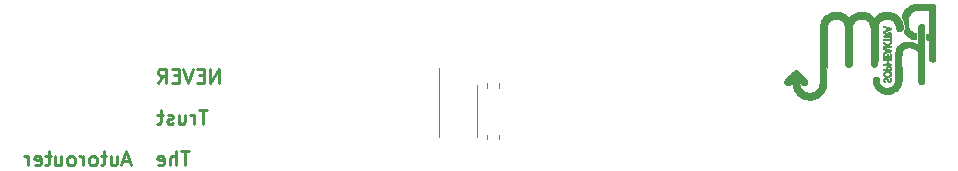
<source format=gbo>
G04 #@! TF.GenerationSoftware,KiCad,Pcbnew,(5.1.6)-1*
G04 #@! TF.CreationDate,2020-11-05T16:36:13+07:00*
G04 #@! TF.ProjectId,business card,62757369-6e65-4737-9320-636172642e6b,rev?*
G04 #@! TF.SameCoordinates,Original*
G04 #@! TF.FileFunction,Legend,Bot*
G04 #@! TF.FilePolarity,Positive*
%FSLAX46Y46*%
G04 Gerber Fmt 4.6, Leading zero omitted, Abs format (unit mm)*
G04 Created by KiCad (PCBNEW (5.1.6)-1) date 2020-11-05 16:36:13*
%MOMM*%
%LPD*%
G01*
G04 APERTURE LIST*
%ADD10C,0.250000*%
%ADD11C,0.010000*%
%ADD12C,0.120000*%
G04 APERTURE END LIST*
D10*
X92150000Y-103492857D02*
X91464285Y-103492857D01*
X91807142Y-104692857D02*
X91807142Y-103492857D01*
X91064285Y-104692857D02*
X91064285Y-103492857D01*
X90550000Y-104692857D02*
X90550000Y-104064285D01*
X90607142Y-103950000D01*
X90721428Y-103892857D01*
X90892857Y-103892857D01*
X91007142Y-103950000D01*
X91064285Y-104007142D01*
X89521428Y-104635714D02*
X89635714Y-104692857D01*
X89864285Y-104692857D01*
X89978571Y-104635714D01*
X90035714Y-104521428D01*
X90035714Y-104064285D01*
X89978571Y-103950000D01*
X89864285Y-103892857D01*
X89635714Y-103892857D01*
X89521428Y-103950000D01*
X89464285Y-104064285D01*
X89464285Y-104178571D01*
X90035714Y-104292857D01*
X93635714Y-99992857D02*
X92950000Y-99992857D01*
X93292857Y-101192857D02*
X93292857Y-99992857D01*
X92550000Y-101192857D02*
X92550000Y-100392857D01*
X92550000Y-100621428D02*
X92492857Y-100507142D01*
X92435714Y-100450000D01*
X92321428Y-100392857D01*
X92207142Y-100392857D01*
X91292857Y-100392857D02*
X91292857Y-101192857D01*
X91807142Y-100392857D02*
X91807142Y-101021428D01*
X91750000Y-101135714D01*
X91635714Y-101192857D01*
X91464285Y-101192857D01*
X91350000Y-101135714D01*
X91292857Y-101078571D01*
X90778571Y-101135714D02*
X90664285Y-101192857D01*
X90435714Y-101192857D01*
X90321428Y-101135714D01*
X90264285Y-101021428D01*
X90264285Y-100964285D01*
X90321428Y-100850000D01*
X90435714Y-100792857D01*
X90607142Y-100792857D01*
X90721428Y-100735714D01*
X90778571Y-100621428D01*
X90778571Y-100564285D01*
X90721428Y-100450000D01*
X90607142Y-100392857D01*
X90435714Y-100392857D01*
X90321428Y-100450000D01*
X89921428Y-100392857D02*
X89464285Y-100392857D01*
X89750000Y-99992857D02*
X89750000Y-101021428D01*
X89692857Y-101135714D01*
X89578571Y-101192857D01*
X89464285Y-101192857D01*
X94642857Y-97692857D02*
X94642857Y-96492857D01*
X93957142Y-97692857D01*
X93957142Y-96492857D01*
X93385714Y-97064285D02*
X92985714Y-97064285D01*
X92814285Y-97692857D02*
X93385714Y-97692857D01*
X93385714Y-96492857D01*
X92814285Y-96492857D01*
X92471428Y-96492857D02*
X92071428Y-97692857D01*
X91671428Y-96492857D01*
X91271428Y-97064285D02*
X90871428Y-97064285D01*
X90700000Y-97692857D02*
X91271428Y-97692857D01*
X91271428Y-96492857D01*
X90700000Y-96492857D01*
X89500000Y-97692857D02*
X89900000Y-97121428D01*
X90185714Y-97692857D02*
X90185714Y-96492857D01*
X89728571Y-96492857D01*
X89614285Y-96550000D01*
X89557142Y-96607142D01*
X89500000Y-96721428D01*
X89500000Y-96892857D01*
X89557142Y-97007142D01*
X89614285Y-97064285D01*
X89728571Y-97121428D01*
X90185714Y-97121428D01*
X87107142Y-104350000D02*
X86535714Y-104350000D01*
X87221428Y-104692857D02*
X86821428Y-103492857D01*
X86421428Y-104692857D01*
X85507142Y-103892857D02*
X85507142Y-104692857D01*
X86021428Y-103892857D02*
X86021428Y-104521428D01*
X85964285Y-104635714D01*
X85850000Y-104692857D01*
X85678571Y-104692857D01*
X85564285Y-104635714D01*
X85507142Y-104578571D01*
X85107142Y-103892857D02*
X84650000Y-103892857D01*
X84935714Y-103492857D02*
X84935714Y-104521428D01*
X84878571Y-104635714D01*
X84764285Y-104692857D01*
X84650000Y-104692857D01*
X84078571Y-104692857D02*
X84192857Y-104635714D01*
X84250000Y-104578571D01*
X84307142Y-104464285D01*
X84307142Y-104121428D01*
X84250000Y-104007142D01*
X84192857Y-103950000D01*
X84078571Y-103892857D01*
X83907142Y-103892857D01*
X83792857Y-103950000D01*
X83735714Y-104007142D01*
X83678571Y-104121428D01*
X83678571Y-104464285D01*
X83735714Y-104578571D01*
X83792857Y-104635714D01*
X83907142Y-104692857D01*
X84078571Y-104692857D01*
X83164285Y-104692857D02*
X83164285Y-103892857D01*
X83164285Y-104121428D02*
X83107142Y-104007142D01*
X83050000Y-103950000D01*
X82935714Y-103892857D01*
X82821428Y-103892857D01*
X82250000Y-104692857D02*
X82364285Y-104635714D01*
X82421428Y-104578571D01*
X82478571Y-104464285D01*
X82478571Y-104121428D01*
X82421428Y-104007142D01*
X82364285Y-103950000D01*
X82250000Y-103892857D01*
X82078571Y-103892857D01*
X81964285Y-103950000D01*
X81907142Y-104007142D01*
X81850000Y-104121428D01*
X81850000Y-104464285D01*
X81907142Y-104578571D01*
X81964285Y-104635714D01*
X82078571Y-104692857D01*
X82250000Y-104692857D01*
X80821428Y-103892857D02*
X80821428Y-104692857D01*
X81335714Y-103892857D02*
X81335714Y-104521428D01*
X81278571Y-104635714D01*
X81164285Y-104692857D01*
X80992857Y-104692857D01*
X80878571Y-104635714D01*
X80821428Y-104578571D01*
X80421428Y-103892857D02*
X79964285Y-103892857D01*
X80250000Y-103492857D02*
X80250000Y-104521428D01*
X80192857Y-104635714D01*
X80078571Y-104692857D01*
X79964285Y-104692857D01*
X79107142Y-104635714D02*
X79221428Y-104692857D01*
X79450000Y-104692857D01*
X79564285Y-104635714D01*
X79621428Y-104521428D01*
X79621428Y-104064285D01*
X79564285Y-103950000D01*
X79450000Y-103892857D01*
X79221428Y-103892857D01*
X79107142Y-103950000D01*
X79050000Y-104064285D01*
X79050000Y-104178571D01*
X79621428Y-104292857D01*
X78535714Y-104692857D02*
X78535714Y-103892857D01*
X78535714Y-104121428D02*
X78478571Y-104007142D01*
X78421428Y-103950000D01*
X78307142Y-103892857D01*
X78192857Y-103892857D01*
D11*
G36*
X151165507Y-91686253D02*
G01*
X151085247Y-91689231D01*
X151011836Y-91693973D01*
X150951700Y-91700346D01*
X150924850Y-91704860D01*
X150742891Y-91754726D01*
X150574680Y-91825855D01*
X150419468Y-91918654D01*
X150276505Y-92033527D01*
X150222493Y-92085840D01*
X150129736Y-92180380D01*
X150038343Y-92086305D01*
X149899951Y-91961666D01*
X149747508Y-91858177D01*
X149683212Y-91823023D01*
X149622650Y-91793193D01*
X149566872Y-91768898D01*
X149509197Y-91747792D01*
X149442946Y-91727530D01*
X149361438Y-91705768D01*
X149318300Y-91694935D01*
X149283916Y-91690175D01*
X149229632Y-91687051D01*
X149160892Y-91685476D01*
X149083139Y-91685361D01*
X149001814Y-91686618D01*
X148922361Y-91689158D01*
X148850222Y-91692892D01*
X148790840Y-91697733D01*
X148749656Y-91703592D01*
X148746800Y-91704218D01*
X148568689Y-91757101D01*
X148403850Y-91831029D01*
X148250756Y-91926884D01*
X148107883Y-92045549D01*
X148041130Y-92112304D01*
X147976665Y-92180558D01*
X147882308Y-92086187D01*
X147742789Y-91962181D01*
X147594832Y-91861542D01*
X147436018Y-91782961D01*
X147263932Y-91725127D01*
X147178350Y-91704860D01*
X147129166Y-91697578D01*
X147062881Y-91691849D01*
X146985923Y-91687806D01*
X146904718Y-91685578D01*
X146825693Y-91685299D01*
X146755275Y-91687099D01*
X146699889Y-91691109D01*
X146676700Y-91694599D01*
X146605185Y-91710997D01*
X146527621Y-91731441D01*
X146451316Y-91753767D01*
X146383578Y-91775813D01*
X146331715Y-91795415D01*
X146322716Y-91799389D01*
X146228108Y-91850201D01*
X146127361Y-91917045D01*
X146027953Y-91994509D01*
X145937360Y-92077182D01*
X145933447Y-92081102D01*
X145824442Y-92201955D01*
X145735194Y-92326695D01*
X145663161Y-92460118D01*
X145605801Y-92607019D01*
X145560571Y-92772194D01*
X145555864Y-92793350D01*
X145553990Y-92812054D01*
X145552223Y-92850702D01*
X145550561Y-92909684D01*
X145549000Y-92989391D01*
X145547538Y-93090215D01*
X145546172Y-93212548D01*
X145544900Y-93356780D01*
X145543718Y-93523303D01*
X145542624Y-93712509D01*
X145541614Y-93924788D01*
X145540687Y-94160533D01*
X145539839Y-94420134D01*
X145539068Y-94703983D01*
X145538371Y-95012471D01*
X145537778Y-95326460D01*
X145537144Y-95655511D01*
X145536421Y-95962093D01*
X145535609Y-96245986D01*
X145534709Y-96506966D01*
X145533725Y-96744812D01*
X145532656Y-96959302D01*
X145531505Y-97150214D01*
X145530273Y-97317325D01*
X145528961Y-97460415D01*
X145527572Y-97579261D01*
X145526106Y-97673641D01*
X145524565Y-97743333D01*
X145522951Y-97788115D01*
X145521264Y-97807766D01*
X145520905Y-97808675D01*
X145511430Y-97829978D01*
X145508300Y-97855834D01*
X145502732Y-97886725D01*
X145487914Y-97933089D01*
X145466676Y-97988056D01*
X145441850Y-98044755D01*
X145416266Y-98096317D01*
X145393178Y-98135253D01*
X145322947Y-98227035D01*
X145247067Y-98306965D01*
X145198047Y-98348908D01*
X145155433Y-98378817D01*
X145104273Y-98410343D01*
X145050543Y-98440307D01*
X145000222Y-98465532D01*
X144959286Y-98482842D01*
X144934375Y-98489062D01*
X144912010Y-98495000D01*
X144906092Y-98500315D01*
X144887527Y-98510558D01*
X144848207Y-98519385D01*
X144792764Y-98526186D01*
X144725828Y-98530351D01*
X144670100Y-98531378D01*
X144597527Y-98529625D01*
X144532925Y-98524773D01*
X144480924Y-98517431D01*
X144446158Y-98508209D01*
X144434109Y-98500315D01*
X144417003Y-98490775D01*
X144405826Y-98489507D01*
X144385536Y-98484054D01*
X144349127Y-98469270D01*
X144302873Y-98447809D01*
X144278263Y-98435532D01*
X144197086Y-98387402D01*
X144116728Y-98327886D01*
X144044230Y-98262890D01*
X143986634Y-98198317D01*
X143973235Y-98179793D01*
X143924660Y-98100639D01*
X143882424Y-98017292D01*
X143848981Y-97935728D01*
X143826786Y-97861923D01*
X143818308Y-97802598D01*
X143814749Y-97764528D01*
X143807431Y-97733815D01*
X143807365Y-97733650D01*
X143801990Y-97703456D01*
X143809366Y-97681802D01*
X143820988Y-97676500D01*
X143834405Y-97684737D01*
X143861946Y-97707105D01*
X143899466Y-97740090D01*
X143938573Y-97776171D01*
X143991403Y-97824379D01*
X144033429Y-97857098D01*
X144071307Y-97877289D01*
X144111689Y-97887912D01*
X144161232Y-97891929D01*
X144199790Y-97892400D01*
X144282364Y-97881035D01*
X144353893Y-97846836D01*
X144414676Y-97789646D01*
X144426999Y-97773460D01*
X144449325Y-97740160D01*
X144462405Y-97711568D01*
X144468833Y-97678475D01*
X144471205Y-97631671D01*
X144471485Y-97615621D01*
X144469136Y-97544664D01*
X144459234Y-97493026D01*
X144451444Y-97473300D01*
X144437441Y-97454073D01*
X144407474Y-97419647D01*
X144363921Y-97372395D01*
X144309156Y-97314688D01*
X144245557Y-97248902D01*
X144175499Y-97177409D01*
X144101359Y-97102582D01*
X144025513Y-97026795D01*
X143950337Y-96952421D01*
X143878209Y-96881832D01*
X143811502Y-96817403D01*
X143752596Y-96761507D01*
X143703864Y-96716516D01*
X143667684Y-96684804D01*
X143646432Y-96668745D01*
X143645206Y-96668085D01*
X143602414Y-96655179D01*
X143544594Y-96648499D01*
X143481279Y-96648039D01*
X143422004Y-96653794D01*
X143376303Y-96665758D01*
X143370895Y-96668245D01*
X143353165Y-96681516D01*
X143319702Y-96710770D01*
X143272669Y-96753961D01*
X143214227Y-96809044D01*
X143146537Y-96873976D01*
X143071763Y-96946712D01*
X142992066Y-97025208D01*
X142964659Y-97052420D01*
X142865008Y-97151869D01*
X142782069Y-97235622D01*
X142714318Y-97305666D01*
X142660235Y-97363986D01*
X142618298Y-97412571D01*
X142586983Y-97453407D01*
X142564771Y-97488481D01*
X142550138Y-97519782D01*
X142541564Y-97549294D01*
X142537525Y-97579007D01*
X142536501Y-97610907D01*
X142536500Y-97611464D01*
X142538844Y-97649578D01*
X142544821Y-97676227D01*
X142549200Y-97682850D01*
X142560692Y-97701141D01*
X142561900Y-97710145D01*
X142570848Y-97737445D01*
X142593965Y-97773559D01*
X142625665Y-97811336D01*
X142660363Y-97843626D01*
X142673833Y-97853406D01*
X142726301Y-97876289D01*
X142794322Y-97889181D01*
X142869632Y-97890925D01*
X142911142Y-97886715D01*
X142939564Y-97880756D01*
X142965338Y-97870055D01*
X142993510Y-97851229D01*
X143029129Y-97820898D01*
X143077242Y-97775684D01*
X143077967Y-97774987D01*
X143122827Y-97733674D01*
X143159700Y-97703119D01*
X143185211Y-97685941D01*
X143195513Y-97683887D01*
X143204303Y-97703846D01*
X143214119Y-97741230D01*
X143223464Y-97788190D01*
X143230835Y-97836877D01*
X143234732Y-97879443D01*
X143235000Y-97890441D01*
X143238620Y-97934395D01*
X143246840Y-97974048D01*
X143257718Y-98011494D01*
X143270341Y-98057092D01*
X143273856Y-98070200D01*
X143327278Y-98232012D01*
X143399085Y-98381413D01*
X143491393Y-98521965D01*
X143606318Y-98657235D01*
X143647067Y-98698850D01*
X143773282Y-98811670D01*
X143905303Y-98906746D01*
X144039353Y-98981636D01*
X144160642Y-99030423D01*
X144201246Y-99044146D01*
X144235196Y-99056616D01*
X144244650Y-99060483D01*
X144285010Y-99073496D01*
X144342434Y-99085819D01*
X144412196Y-99097046D01*
X144489571Y-99106776D01*
X144569834Y-99114603D01*
X144648260Y-99120126D01*
X144720123Y-99122941D01*
X144780697Y-99122644D01*
X144825258Y-99118832D01*
X144847900Y-99111975D01*
X144871613Y-99104266D01*
X144909145Y-99099654D01*
X144926526Y-99099094D01*
X144963424Y-99096484D01*
X144988681Y-99090094D01*
X144993950Y-99086200D01*
X145011647Y-99075979D01*
X145029680Y-99073500D01*
X145058368Y-99068589D01*
X145104359Y-99055219D01*
X145161827Y-99035428D01*
X145224946Y-99011256D01*
X145287892Y-98984745D01*
X145304604Y-98977220D01*
X145454129Y-98895355D01*
X145595352Y-98791306D01*
X145725646Y-98667651D01*
X145842378Y-98526964D01*
X145942921Y-98371823D01*
X145966260Y-98329106D01*
X146021765Y-98207415D01*
X146065412Y-98074271D01*
X146095637Y-97943200D01*
X146097562Y-97921164D01*
X146099434Y-97875108D01*
X146101252Y-97804924D01*
X146103019Y-97710507D01*
X146104736Y-97591751D01*
X146106402Y-97448550D01*
X146108020Y-97280798D01*
X146109590Y-97088390D01*
X146111113Y-96871219D01*
X146112589Y-96629180D01*
X146114021Y-96362167D01*
X146115408Y-96070073D01*
X146116753Y-95752793D01*
X146118054Y-95410221D01*
X146118080Y-95403200D01*
X146119024Y-95153827D01*
X146120038Y-94910824D01*
X146121111Y-94675443D01*
X146122234Y-94448942D01*
X146123399Y-94232573D01*
X146124595Y-94027593D01*
X146125815Y-93835256D01*
X146127049Y-93656818D01*
X146128287Y-93493533D01*
X146129520Y-93346656D01*
X146130740Y-93217442D01*
X146131937Y-93107147D01*
X146133103Y-93017025D01*
X146134227Y-92948331D01*
X146135301Y-92902320D01*
X146136315Y-92880248D01*
X146136476Y-92878995D01*
X146144758Y-92844201D01*
X146154195Y-92821405D01*
X146157342Y-92817920D01*
X146167530Y-92800495D01*
X146168700Y-92790996D01*
X146177229Y-92753363D01*
X146200761Y-92702583D01*
X146236215Y-92643345D01*
X146280511Y-92580337D01*
X146330567Y-92518249D01*
X146383303Y-92461770D01*
X146388083Y-92457115D01*
X146425816Y-92427304D01*
X146480495Y-92392406D01*
X146545238Y-92356129D01*
X146613166Y-92322182D01*
X146677394Y-92294275D01*
X146715702Y-92280558D01*
X146746117Y-92274781D01*
X146792082Y-92270509D01*
X146847904Y-92267766D01*
X146907891Y-92266577D01*
X146966347Y-92266967D01*
X147017581Y-92268960D01*
X147055899Y-92272581D01*
X147075607Y-92277854D01*
X147076750Y-92278999D01*
X147094511Y-92289351D01*
X147111498Y-92291699D01*
X147134445Y-92297061D01*
X147173299Y-92311418D01*
X147221363Y-92332178D01*
X147245622Y-92343600D01*
X147347572Y-92404485D01*
X147442749Y-92483230D01*
X147525190Y-92574041D01*
X147588931Y-92671124D01*
X147595199Y-92683236D01*
X147617061Y-92729370D01*
X147633445Y-92768817D01*
X147641514Y-92794596D01*
X147641900Y-92798171D01*
X147648034Y-92824025D01*
X147653300Y-92832084D01*
X147662164Y-92851206D01*
X147671117Y-92885217D01*
X147674131Y-92901300D01*
X147675374Y-92921008D01*
X147676691Y-92964525D01*
X147678066Y-93030259D01*
X147679482Y-93116620D01*
X147680922Y-93222017D01*
X147682371Y-93344857D01*
X147683811Y-93483550D01*
X147685225Y-93636506D01*
X147686598Y-93802132D01*
X147687913Y-93978838D01*
X147689153Y-94165032D01*
X147690301Y-94359123D01*
X147691307Y-94552300D01*
X147692467Y-94787305D01*
X147693557Y-94998243D01*
X147694603Y-95186444D01*
X147695627Y-95353241D01*
X147696655Y-95499966D01*
X147697711Y-95627951D01*
X147698818Y-95738527D01*
X147700001Y-95833026D01*
X147701283Y-95912780D01*
X147702690Y-95979122D01*
X147704245Y-96033382D01*
X147705972Y-96076893D01*
X147707896Y-96110986D01*
X147710041Y-96136995D01*
X147712431Y-96156249D01*
X147715089Y-96170082D01*
X147718041Y-96179825D01*
X147720942Y-96186150D01*
X147744546Y-96219302D01*
X147778008Y-96254641D01*
X147814870Y-96286545D01*
X147848670Y-96309396D01*
X147872037Y-96317600D01*
X147895390Y-96323998D01*
X147902250Y-96330300D01*
X147921308Y-96339912D01*
X147957380Y-96342883D01*
X148003106Y-96339721D01*
X148051126Y-96330933D01*
X148094016Y-96317057D01*
X148167561Y-96272942D01*
X148223494Y-96210776D01*
X148252229Y-96157150D01*
X148255849Y-96148118D01*
X148259096Y-96137906D01*
X148261991Y-96125161D01*
X148264555Y-96108528D01*
X148266807Y-96086652D01*
X148268767Y-96058178D01*
X148270455Y-96021752D01*
X148271893Y-95976018D01*
X148273100Y-95919623D01*
X148274095Y-95851212D01*
X148274900Y-95769429D01*
X148275535Y-95672921D01*
X148276019Y-95560332D01*
X148276374Y-95430308D01*
X148276618Y-95281494D01*
X148276773Y-95112535D01*
X148276858Y-94922078D01*
X148276894Y-94708766D01*
X148276900Y-94501196D01*
X148277002Y-94234589D01*
X148277304Y-93991622D01*
X148277807Y-93772467D01*
X148278508Y-93577294D01*
X148279407Y-93406272D01*
X148280501Y-93259571D01*
X148281790Y-93137362D01*
X148283273Y-93039815D01*
X148284948Y-92967099D01*
X148286813Y-92919386D01*
X148288867Y-92896844D01*
X148289600Y-92894950D01*
X148299411Y-92877453D01*
X148302300Y-92855928D01*
X148306617Y-92821896D01*
X148312909Y-92802702D01*
X148359783Y-92707627D01*
X148400252Y-92632023D01*
X148437320Y-92571771D01*
X148473993Y-92522749D01*
X148513276Y-92480837D01*
X148558173Y-92441916D01*
X148598073Y-92411672D01*
X148690339Y-92355259D01*
X148799744Y-92306447D01*
X148880150Y-92279419D01*
X148917941Y-92273174D01*
X148973871Y-92269808D01*
X149040863Y-92269151D01*
X149111839Y-92271033D01*
X149179723Y-92275281D01*
X149237437Y-92281727D01*
X149273579Y-92288908D01*
X149383829Y-92331700D01*
X149490580Y-92395534D01*
X149588721Y-92476102D01*
X149673139Y-92569098D01*
X149738720Y-92670213D01*
X149747913Y-92688494D01*
X149762673Y-92719035D01*
X149775964Y-92747050D01*
X149787863Y-92773956D01*
X149798447Y-92801175D01*
X149807793Y-92830125D01*
X149815977Y-92862225D01*
X149823078Y-92898895D01*
X149829170Y-92941554D01*
X149834333Y-92991621D01*
X149838642Y-93050515D01*
X149842174Y-93119656D01*
X149845006Y-93200463D01*
X149847216Y-93294355D01*
X149848880Y-93402751D01*
X149850075Y-93527071D01*
X149850877Y-93668734D01*
X149851365Y-93829160D01*
X149851615Y-94009766D01*
X149851703Y-94211974D01*
X149851707Y-94437201D01*
X149851700Y-94603448D01*
X149851700Y-96143918D01*
X149883499Y-96198179D01*
X149936026Y-96263799D01*
X150004341Y-96310739D01*
X150085326Y-96337283D01*
X150146226Y-96342808D01*
X150183118Y-96340428D01*
X150208376Y-96334178D01*
X150213651Y-96330300D01*
X150231506Y-96319750D01*
X150246978Y-96317600D01*
X150268010Y-96308963D01*
X150299560Y-96286218D01*
X150335129Y-96254110D01*
X150338304Y-96250925D01*
X150376832Y-96208626D01*
X150400722Y-96172071D01*
X150415649Y-96131754D01*
X150420025Y-96114028D01*
X150422501Y-96097432D01*
X150424728Y-96069941D01*
X150426716Y-96030447D01*
X150428477Y-95977843D01*
X150430020Y-95911024D01*
X150431358Y-95828880D01*
X150432499Y-95730307D01*
X150433455Y-95614197D01*
X150434237Y-95479442D01*
X150434855Y-95324936D01*
X150435320Y-95149573D01*
X150435641Y-94952245D01*
X150435831Y-94731845D01*
X150435900Y-94487266D01*
X150435900Y-94460602D01*
X150436003Y-94195375D01*
X150436308Y-93953773D01*
X150436815Y-93735968D01*
X150437523Y-93542134D01*
X150438430Y-93372443D01*
X150439535Y-93227068D01*
X150440837Y-93106180D01*
X150442333Y-93009953D01*
X150444023Y-92938558D01*
X150445905Y-92892169D01*
X150447978Y-92870958D01*
X150448600Y-92869549D01*
X150458952Y-92851789D01*
X150461301Y-92834802D01*
X150466662Y-92811811D01*
X150481012Y-92772955D01*
X150501747Y-92724971D01*
X150512803Y-92701501D01*
X150584338Y-92581319D01*
X150673756Y-92478405D01*
X150779630Y-92394210D01*
X150861263Y-92347916D01*
X150913079Y-92323978D01*
X150958882Y-92305112D01*
X150992335Y-92293812D01*
X151004062Y-92291699D01*
X151029442Y-92286399D01*
X151039151Y-92278999D01*
X151054491Y-92273790D01*
X151089287Y-92269954D01*
X151137629Y-92267491D01*
X151193610Y-92266402D01*
X151251322Y-92266687D01*
X151304856Y-92268345D01*
X151348305Y-92271376D01*
X151375761Y-92275781D01*
X151382051Y-92279000D01*
X151399789Y-92289305D01*
X151417139Y-92291699D01*
X151439807Y-92297084D01*
X151478735Y-92311574D01*
X151527588Y-92332676D01*
X151559938Y-92347916D01*
X151624349Y-92381570D01*
X151675105Y-92414897D01*
X151722388Y-92455361D01*
X151764677Y-92498015D01*
X151810736Y-92551708D01*
X151855504Y-92613102D01*
X151895892Y-92676915D01*
X151928810Y-92737869D01*
X151951168Y-92790685D01*
X151959879Y-92830082D01*
X151959900Y-92831633D01*
X151964722Y-92858154D01*
X151972600Y-92869549D01*
X151979354Y-92885479D01*
X151984163Y-92919029D01*
X151985839Y-92956024D01*
X151995039Y-93066019D01*
X152020696Y-93157428D01*
X152062337Y-93229767D01*
X152119490Y-93282548D01*
X152191684Y-93315288D01*
X152278446Y-93327500D01*
X152343572Y-93324066D01*
X152388974Y-93314131D01*
X152428973Y-93292944D01*
X152462561Y-93266057D01*
X152509822Y-93218971D01*
X152541317Y-93171900D01*
X152559332Y-93118490D01*
X152566155Y-93052388D01*
X152564879Y-92981804D01*
X152558548Y-92881368D01*
X152550981Y-92803920D01*
X152542275Y-92750201D01*
X152532530Y-92720953D01*
X152530169Y-92717785D01*
X152520597Y-92695949D01*
X152518700Y-92679629D01*
X152514493Y-92655142D01*
X152503424Y-92615302D01*
X152487826Y-92568436D01*
X152486678Y-92565253D01*
X152416673Y-92408323D01*
X152324543Y-92259451D01*
X152213053Y-92121635D01*
X152084967Y-91997871D01*
X151943052Y-91891156D01*
X151790070Y-91804485D01*
X151780485Y-91799934D01*
X151733545Y-91781003D01*
X151668918Y-91759167D01*
X151593809Y-91736569D01*
X151515424Y-91715354D01*
X151440967Y-91697666D01*
X151426500Y-91694599D01*
X151383112Y-91689211D01*
X151320866Y-91686111D01*
X151246189Y-91685169D01*
X151165507Y-91686253D01*
G37*
X151165507Y-91686253D02*
X151085247Y-91689231D01*
X151011836Y-91693973D01*
X150951700Y-91700346D01*
X150924850Y-91704860D01*
X150742891Y-91754726D01*
X150574680Y-91825855D01*
X150419468Y-91918654D01*
X150276505Y-92033527D01*
X150222493Y-92085840D01*
X150129736Y-92180380D01*
X150038343Y-92086305D01*
X149899951Y-91961666D01*
X149747508Y-91858177D01*
X149683212Y-91823023D01*
X149622650Y-91793193D01*
X149566872Y-91768898D01*
X149509197Y-91747792D01*
X149442946Y-91727530D01*
X149361438Y-91705768D01*
X149318300Y-91694935D01*
X149283916Y-91690175D01*
X149229632Y-91687051D01*
X149160892Y-91685476D01*
X149083139Y-91685361D01*
X149001814Y-91686618D01*
X148922361Y-91689158D01*
X148850222Y-91692892D01*
X148790840Y-91697733D01*
X148749656Y-91703592D01*
X148746800Y-91704218D01*
X148568689Y-91757101D01*
X148403850Y-91831029D01*
X148250756Y-91926884D01*
X148107883Y-92045549D01*
X148041130Y-92112304D01*
X147976665Y-92180558D01*
X147882308Y-92086187D01*
X147742789Y-91962181D01*
X147594832Y-91861542D01*
X147436018Y-91782961D01*
X147263932Y-91725127D01*
X147178350Y-91704860D01*
X147129166Y-91697578D01*
X147062881Y-91691849D01*
X146985923Y-91687806D01*
X146904718Y-91685578D01*
X146825693Y-91685299D01*
X146755275Y-91687099D01*
X146699889Y-91691109D01*
X146676700Y-91694599D01*
X146605185Y-91710997D01*
X146527621Y-91731441D01*
X146451316Y-91753767D01*
X146383578Y-91775813D01*
X146331715Y-91795415D01*
X146322716Y-91799389D01*
X146228108Y-91850201D01*
X146127361Y-91917045D01*
X146027953Y-91994509D01*
X145937360Y-92077182D01*
X145933447Y-92081102D01*
X145824442Y-92201955D01*
X145735194Y-92326695D01*
X145663161Y-92460118D01*
X145605801Y-92607019D01*
X145560571Y-92772194D01*
X145555864Y-92793350D01*
X145553990Y-92812054D01*
X145552223Y-92850702D01*
X145550561Y-92909684D01*
X145549000Y-92989391D01*
X145547538Y-93090215D01*
X145546172Y-93212548D01*
X145544900Y-93356780D01*
X145543718Y-93523303D01*
X145542624Y-93712509D01*
X145541614Y-93924788D01*
X145540687Y-94160533D01*
X145539839Y-94420134D01*
X145539068Y-94703983D01*
X145538371Y-95012471D01*
X145537778Y-95326460D01*
X145537144Y-95655511D01*
X145536421Y-95962093D01*
X145535609Y-96245986D01*
X145534709Y-96506966D01*
X145533725Y-96744812D01*
X145532656Y-96959302D01*
X145531505Y-97150214D01*
X145530273Y-97317325D01*
X145528961Y-97460415D01*
X145527572Y-97579261D01*
X145526106Y-97673641D01*
X145524565Y-97743333D01*
X145522951Y-97788115D01*
X145521264Y-97807766D01*
X145520905Y-97808675D01*
X145511430Y-97829978D01*
X145508300Y-97855834D01*
X145502732Y-97886725D01*
X145487914Y-97933089D01*
X145466676Y-97988056D01*
X145441850Y-98044755D01*
X145416266Y-98096317D01*
X145393178Y-98135253D01*
X145322947Y-98227035D01*
X145247067Y-98306965D01*
X145198047Y-98348908D01*
X145155433Y-98378817D01*
X145104273Y-98410343D01*
X145050543Y-98440307D01*
X145000222Y-98465532D01*
X144959286Y-98482842D01*
X144934375Y-98489062D01*
X144912010Y-98495000D01*
X144906092Y-98500315D01*
X144887527Y-98510558D01*
X144848207Y-98519385D01*
X144792764Y-98526186D01*
X144725828Y-98530351D01*
X144670100Y-98531378D01*
X144597527Y-98529625D01*
X144532925Y-98524773D01*
X144480924Y-98517431D01*
X144446158Y-98508209D01*
X144434109Y-98500315D01*
X144417003Y-98490775D01*
X144405826Y-98489507D01*
X144385536Y-98484054D01*
X144349127Y-98469270D01*
X144302873Y-98447809D01*
X144278263Y-98435532D01*
X144197086Y-98387402D01*
X144116728Y-98327886D01*
X144044230Y-98262890D01*
X143986634Y-98198317D01*
X143973235Y-98179793D01*
X143924660Y-98100639D01*
X143882424Y-98017292D01*
X143848981Y-97935728D01*
X143826786Y-97861923D01*
X143818308Y-97802598D01*
X143814749Y-97764528D01*
X143807431Y-97733815D01*
X143807365Y-97733650D01*
X143801990Y-97703456D01*
X143809366Y-97681802D01*
X143820988Y-97676500D01*
X143834405Y-97684737D01*
X143861946Y-97707105D01*
X143899466Y-97740090D01*
X143938573Y-97776171D01*
X143991403Y-97824379D01*
X144033429Y-97857098D01*
X144071307Y-97877289D01*
X144111689Y-97887912D01*
X144161232Y-97891929D01*
X144199790Y-97892400D01*
X144282364Y-97881035D01*
X144353893Y-97846836D01*
X144414676Y-97789646D01*
X144426999Y-97773460D01*
X144449325Y-97740160D01*
X144462405Y-97711568D01*
X144468833Y-97678475D01*
X144471205Y-97631671D01*
X144471485Y-97615621D01*
X144469136Y-97544664D01*
X144459234Y-97493026D01*
X144451444Y-97473300D01*
X144437441Y-97454073D01*
X144407474Y-97419647D01*
X144363921Y-97372395D01*
X144309156Y-97314688D01*
X144245557Y-97248902D01*
X144175499Y-97177409D01*
X144101359Y-97102582D01*
X144025513Y-97026795D01*
X143950337Y-96952421D01*
X143878209Y-96881832D01*
X143811502Y-96817403D01*
X143752596Y-96761507D01*
X143703864Y-96716516D01*
X143667684Y-96684804D01*
X143646432Y-96668745D01*
X143645206Y-96668085D01*
X143602414Y-96655179D01*
X143544594Y-96648499D01*
X143481279Y-96648039D01*
X143422004Y-96653794D01*
X143376303Y-96665758D01*
X143370895Y-96668245D01*
X143353165Y-96681516D01*
X143319702Y-96710770D01*
X143272669Y-96753961D01*
X143214227Y-96809044D01*
X143146537Y-96873976D01*
X143071763Y-96946712D01*
X142992066Y-97025208D01*
X142964659Y-97052420D01*
X142865008Y-97151869D01*
X142782069Y-97235622D01*
X142714318Y-97305666D01*
X142660235Y-97363986D01*
X142618298Y-97412571D01*
X142586983Y-97453407D01*
X142564771Y-97488481D01*
X142550138Y-97519782D01*
X142541564Y-97549294D01*
X142537525Y-97579007D01*
X142536501Y-97610907D01*
X142536500Y-97611464D01*
X142538844Y-97649578D01*
X142544821Y-97676227D01*
X142549200Y-97682850D01*
X142560692Y-97701141D01*
X142561900Y-97710145D01*
X142570848Y-97737445D01*
X142593965Y-97773559D01*
X142625665Y-97811336D01*
X142660363Y-97843626D01*
X142673833Y-97853406D01*
X142726301Y-97876289D01*
X142794322Y-97889181D01*
X142869632Y-97890925D01*
X142911142Y-97886715D01*
X142939564Y-97880756D01*
X142965338Y-97870055D01*
X142993510Y-97851229D01*
X143029129Y-97820898D01*
X143077242Y-97775684D01*
X143077967Y-97774987D01*
X143122827Y-97733674D01*
X143159700Y-97703119D01*
X143185211Y-97685941D01*
X143195513Y-97683887D01*
X143204303Y-97703846D01*
X143214119Y-97741230D01*
X143223464Y-97788190D01*
X143230835Y-97836877D01*
X143234732Y-97879443D01*
X143235000Y-97890441D01*
X143238620Y-97934395D01*
X143246840Y-97974048D01*
X143257718Y-98011494D01*
X143270341Y-98057092D01*
X143273856Y-98070200D01*
X143327278Y-98232012D01*
X143399085Y-98381413D01*
X143491393Y-98521965D01*
X143606318Y-98657235D01*
X143647067Y-98698850D01*
X143773282Y-98811670D01*
X143905303Y-98906746D01*
X144039353Y-98981636D01*
X144160642Y-99030423D01*
X144201246Y-99044146D01*
X144235196Y-99056616D01*
X144244650Y-99060483D01*
X144285010Y-99073496D01*
X144342434Y-99085819D01*
X144412196Y-99097046D01*
X144489571Y-99106776D01*
X144569834Y-99114603D01*
X144648260Y-99120126D01*
X144720123Y-99122941D01*
X144780697Y-99122644D01*
X144825258Y-99118832D01*
X144847900Y-99111975D01*
X144871613Y-99104266D01*
X144909145Y-99099654D01*
X144926526Y-99099094D01*
X144963424Y-99096484D01*
X144988681Y-99090094D01*
X144993950Y-99086200D01*
X145011647Y-99075979D01*
X145029680Y-99073500D01*
X145058368Y-99068589D01*
X145104359Y-99055219D01*
X145161827Y-99035428D01*
X145224946Y-99011256D01*
X145287892Y-98984745D01*
X145304604Y-98977220D01*
X145454129Y-98895355D01*
X145595352Y-98791306D01*
X145725646Y-98667651D01*
X145842378Y-98526964D01*
X145942921Y-98371823D01*
X145966260Y-98329106D01*
X146021765Y-98207415D01*
X146065412Y-98074271D01*
X146095637Y-97943200D01*
X146097562Y-97921164D01*
X146099434Y-97875108D01*
X146101252Y-97804924D01*
X146103019Y-97710507D01*
X146104736Y-97591751D01*
X146106402Y-97448550D01*
X146108020Y-97280798D01*
X146109590Y-97088390D01*
X146111113Y-96871219D01*
X146112589Y-96629180D01*
X146114021Y-96362167D01*
X146115408Y-96070073D01*
X146116753Y-95752793D01*
X146118054Y-95410221D01*
X146118080Y-95403200D01*
X146119024Y-95153827D01*
X146120038Y-94910824D01*
X146121111Y-94675443D01*
X146122234Y-94448942D01*
X146123399Y-94232573D01*
X146124595Y-94027593D01*
X146125815Y-93835256D01*
X146127049Y-93656818D01*
X146128287Y-93493533D01*
X146129520Y-93346656D01*
X146130740Y-93217442D01*
X146131937Y-93107147D01*
X146133103Y-93017025D01*
X146134227Y-92948331D01*
X146135301Y-92902320D01*
X146136315Y-92880248D01*
X146136476Y-92878995D01*
X146144758Y-92844201D01*
X146154195Y-92821405D01*
X146157342Y-92817920D01*
X146167530Y-92800495D01*
X146168700Y-92790996D01*
X146177229Y-92753363D01*
X146200761Y-92702583D01*
X146236215Y-92643345D01*
X146280511Y-92580337D01*
X146330567Y-92518249D01*
X146383303Y-92461770D01*
X146388083Y-92457115D01*
X146425816Y-92427304D01*
X146480495Y-92392406D01*
X146545238Y-92356129D01*
X146613166Y-92322182D01*
X146677394Y-92294275D01*
X146715702Y-92280558D01*
X146746117Y-92274781D01*
X146792082Y-92270509D01*
X146847904Y-92267766D01*
X146907891Y-92266577D01*
X146966347Y-92266967D01*
X147017581Y-92268960D01*
X147055899Y-92272581D01*
X147075607Y-92277854D01*
X147076750Y-92278999D01*
X147094511Y-92289351D01*
X147111498Y-92291699D01*
X147134445Y-92297061D01*
X147173299Y-92311418D01*
X147221363Y-92332178D01*
X147245622Y-92343600D01*
X147347572Y-92404485D01*
X147442749Y-92483230D01*
X147525190Y-92574041D01*
X147588931Y-92671124D01*
X147595199Y-92683236D01*
X147617061Y-92729370D01*
X147633445Y-92768817D01*
X147641514Y-92794596D01*
X147641900Y-92798171D01*
X147648034Y-92824025D01*
X147653300Y-92832084D01*
X147662164Y-92851206D01*
X147671117Y-92885217D01*
X147674131Y-92901300D01*
X147675374Y-92921008D01*
X147676691Y-92964525D01*
X147678066Y-93030259D01*
X147679482Y-93116620D01*
X147680922Y-93222017D01*
X147682371Y-93344857D01*
X147683811Y-93483550D01*
X147685225Y-93636506D01*
X147686598Y-93802132D01*
X147687913Y-93978838D01*
X147689153Y-94165032D01*
X147690301Y-94359123D01*
X147691307Y-94552300D01*
X147692467Y-94787305D01*
X147693557Y-94998243D01*
X147694603Y-95186444D01*
X147695627Y-95353241D01*
X147696655Y-95499966D01*
X147697711Y-95627951D01*
X147698818Y-95738527D01*
X147700001Y-95833026D01*
X147701283Y-95912780D01*
X147702690Y-95979122D01*
X147704245Y-96033382D01*
X147705972Y-96076893D01*
X147707896Y-96110986D01*
X147710041Y-96136995D01*
X147712431Y-96156249D01*
X147715089Y-96170082D01*
X147718041Y-96179825D01*
X147720942Y-96186150D01*
X147744546Y-96219302D01*
X147778008Y-96254641D01*
X147814870Y-96286545D01*
X147848670Y-96309396D01*
X147872037Y-96317600D01*
X147895390Y-96323998D01*
X147902250Y-96330300D01*
X147921308Y-96339912D01*
X147957380Y-96342883D01*
X148003106Y-96339721D01*
X148051126Y-96330933D01*
X148094016Y-96317057D01*
X148167561Y-96272942D01*
X148223494Y-96210776D01*
X148252229Y-96157150D01*
X148255849Y-96148118D01*
X148259096Y-96137906D01*
X148261991Y-96125161D01*
X148264555Y-96108528D01*
X148266807Y-96086652D01*
X148268767Y-96058178D01*
X148270455Y-96021752D01*
X148271893Y-95976018D01*
X148273100Y-95919623D01*
X148274095Y-95851212D01*
X148274900Y-95769429D01*
X148275535Y-95672921D01*
X148276019Y-95560332D01*
X148276374Y-95430308D01*
X148276618Y-95281494D01*
X148276773Y-95112535D01*
X148276858Y-94922078D01*
X148276894Y-94708766D01*
X148276900Y-94501196D01*
X148277002Y-94234589D01*
X148277304Y-93991622D01*
X148277807Y-93772467D01*
X148278508Y-93577294D01*
X148279407Y-93406272D01*
X148280501Y-93259571D01*
X148281790Y-93137362D01*
X148283273Y-93039815D01*
X148284948Y-92967099D01*
X148286813Y-92919386D01*
X148288867Y-92896844D01*
X148289600Y-92894950D01*
X148299411Y-92877453D01*
X148302300Y-92855928D01*
X148306617Y-92821896D01*
X148312909Y-92802702D01*
X148359783Y-92707627D01*
X148400252Y-92632023D01*
X148437320Y-92571771D01*
X148473993Y-92522749D01*
X148513276Y-92480837D01*
X148558173Y-92441916D01*
X148598073Y-92411672D01*
X148690339Y-92355259D01*
X148799744Y-92306447D01*
X148880150Y-92279419D01*
X148917941Y-92273174D01*
X148973871Y-92269808D01*
X149040863Y-92269151D01*
X149111839Y-92271033D01*
X149179723Y-92275281D01*
X149237437Y-92281727D01*
X149273579Y-92288908D01*
X149383829Y-92331700D01*
X149490580Y-92395534D01*
X149588721Y-92476102D01*
X149673139Y-92569098D01*
X149738720Y-92670213D01*
X149747913Y-92688494D01*
X149762673Y-92719035D01*
X149775964Y-92747050D01*
X149787863Y-92773956D01*
X149798447Y-92801175D01*
X149807793Y-92830125D01*
X149815977Y-92862225D01*
X149823078Y-92898895D01*
X149829170Y-92941554D01*
X149834333Y-92991621D01*
X149838642Y-93050515D01*
X149842174Y-93119656D01*
X149845006Y-93200463D01*
X149847216Y-93294355D01*
X149848880Y-93402751D01*
X149850075Y-93527071D01*
X149850877Y-93668734D01*
X149851365Y-93829160D01*
X149851615Y-94009766D01*
X149851703Y-94211974D01*
X149851707Y-94437201D01*
X149851700Y-94603448D01*
X149851700Y-96143918D01*
X149883499Y-96198179D01*
X149936026Y-96263799D01*
X150004341Y-96310739D01*
X150085326Y-96337283D01*
X150146226Y-96342808D01*
X150183118Y-96340428D01*
X150208376Y-96334178D01*
X150213651Y-96330300D01*
X150231506Y-96319750D01*
X150246978Y-96317600D01*
X150268010Y-96308963D01*
X150299560Y-96286218D01*
X150335129Y-96254110D01*
X150338304Y-96250925D01*
X150376832Y-96208626D01*
X150400722Y-96172071D01*
X150415649Y-96131754D01*
X150420025Y-96114028D01*
X150422501Y-96097432D01*
X150424728Y-96069941D01*
X150426716Y-96030447D01*
X150428477Y-95977843D01*
X150430020Y-95911024D01*
X150431358Y-95828880D01*
X150432499Y-95730307D01*
X150433455Y-95614197D01*
X150434237Y-95479442D01*
X150434855Y-95324936D01*
X150435320Y-95149573D01*
X150435641Y-94952245D01*
X150435831Y-94731845D01*
X150435900Y-94487266D01*
X150435900Y-94460602D01*
X150436003Y-94195375D01*
X150436308Y-93953773D01*
X150436815Y-93735968D01*
X150437523Y-93542134D01*
X150438430Y-93372443D01*
X150439535Y-93227068D01*
X150440837Y-93106180D01*
X150442333Y-93009953D01*
X150444023Y-92938558D01*
X150445905Y-92892169D01*
X150447978Y-92870958D01*
X150448600Y-92869549D01*
X150458952Y-92851789D01*
X150461301Y-92834802D01*
X150466662Y-92811811D01*
X150481012Y-92772955D01*
X150501747Y-92724971D01*
X150512803Y-92701501D01*
X150584338Y-92581319D01*
X150673756Y-92478405D01*
X150779630Y-92394210D01*
X150861263Y-92347916D01*
X150913079Y-92323978D01*
X150958882Y-92305112D01*
X150992335Y-92293812D01*
X151004062Y-92291699D01*
X151029442Y-92286399D01*
X151039151Y-92278999D01*
X151054491Y-92273790D01*
X151089287Y-92269954D01*
X151137629Y-92267491D01*
X151193610Y-92266402D01*
X151251322Y-92266687D01*
X151304856Y-92268345D01*
X151348305Y-92271376D01*
X151375761Y-92275781D01*
X151382051Y-92279000D01*
X151399789Y-92289305D01*
X151417139Y-92291699D01*
X151439807Y-92297084D01*
X151478735Y-92311574D01*
X151527588Y-92332676D01*
X151559938Y-92347916D01*
X151624349Y-92381570D01*
X151675105Y-92414897D01*
X151722388Y-92455361D01*
X151764677Y-92498015D01*
X151810736Y-92551708D01*
X151855504Y-92613102D01*
X151895892Y-92676915D01*
X151928810Y-92737869D01*
X151951168Y-92790685D01*
X151959879Y-92830082D01*
X151959900Y-92831633D01*
X151964722Y-92858154D01*
X151972600Y-92869549D01*
X151979354Y-92885479D01*
X151984163Y-92919029D01*
X151985839Y-92956024D01*
X151995039Y-93066019D01*
X152020696Y-93157428D01*
X152062337Y-93229767D01*
X152119490Y-93282548D01*
X152191684Y-93315288D01*
X152278446Y-93327500D01*
X152343572Y-93324066D01*
X152388974Y-93314131D01*
X152428973Y-93292944D01*
X152462561Y-93266057D01*
X152509822Y-93218971D01*
X152541317Y-93171900D01*
X152559332Y-93118490D01*
X152566155Y-93052388D01*
X152564879Y-92981804D01*
X152558548Y-92881368D01*
X152550981Y-92803920D01*
X152542275Y-92750201D01*
X152532530Y-92720953D01*
X152530169Y-92717785D01*
X152520597Y-92695949D01*
X152518700Y-92679629D01*
X152514493Y-92655142D01*
X152503424Y-92615302D01*
X152487826Y-92568436D01*
X152486678Y-92565253D01*
X152416673Y-92408323D01*
X152324543Y-92259451D01*
X152213053Y-92121635D01*
X152084967Y-91997871D01*
X151943052Y-91891156D01*
X151790070Y-91804485D01*
X151780485Y-91799934D01*
X151733545Y-91781003D01*
X151668918Y-91759167D01*
X151593809Y-91736569D01*
X151515424Y-91715354D01*
X151440967Y-91697666D01*
X151426500Y-91694599D01*
X151383112Y-91689211D01*
X151320866Y-91686111D01*
X151246189Y-91685169D01*
X151165507Y-91686253D01*
G36*
X154091714Y-92701176D02*
G01*
X154052955Y-92709511D01*
X154011332Y-92732122D01*
X153966533Y-92770036D01*
X153926092Y-92815525D01*
X153897543Y-92860861D01*
X153891967Y-92874620D01*
X153888620Y-92894706D01*
X153885746Y-92933956D01*
X153883332Y-92993211D01*
X153881361Y-93073312D01*
X153879821Y-93175099D01*
X153878696Y-93299414D01*
X153877971Y-93447099D01*
X153877632Y-93618993D01*
X153877600Y-93696945D01*
X153877486Y-93835024D01*
X153877155Y-93965289D01*
X153876629Y-94085567D01*
X153875928Y-94193689D01*
X153875071Y-94287483D01*
X153874079Y-94364779D01*
X153872972Y-94423407D01*
X153871770Y-94461194D01*
X153870494Y-94475971D01*
X153870362Y-94476100D01*
X153856906Y-94469944D01*
X153827359Y-94453547D01*
X153787242Y-94430010D01*
X153771937Y-94420788D01*
X153700957Y-94378697D01*
X153642685Y-94347026D01*
X153588820Y-94321918D01*
X153531061Y-94299513D01*
X153461108Y-94275955D01*
X153458500Y-94275115D01*
X153371061Y-94248227D01*
X153296810Y-94229007D01*
X153227825Y-94216278D01*
X153156184Y-94208858D01*
X153073964Y-94205569D01*
X152988600Y-94205145D01*
X152886200Y-94207237D01*
X152801002Y-94213432D01*
X152724956Y-94225133D01*
X152650010Y-94243742D01*
X152568110Y-94270660D01*
X152528409Y-94285267D01*
X152427014Y-94334142D01*
X152325834Y-94402487D01*
X152231206Y-94485121D01*
X152149471Y-94576863D01*
X152117853Y-94620838D01*
X152073299Y-94699237D01*
X152031183Y-94794083D01*
X151994977Y-94896445D01*
X151968150Y-94997391D01*
X151964364Y-95015856D01*
X151960636Y-95037001D01*
X151957312Y-95060870D01*
X151954357Y-95089075D01*
X151951736Y-95123225D01*
X151949412Y-95164933D01*
X151947352Y-95215810D01*
X151945519Y-95277466D01*
X151943878Y-95351513D01*
X151942394Y-95439563D01*
X151941031Y-95543225D01*
X151939755Y-95664112D01*
X151938529Y-95803835D01*
X151937319Y-95964005D01*
X151936090Y-96146232D01*
X151934805Y-96352128D01*
X151934706Y-96368400D01*
X151933486Y-96574676D01*
X151932410Y-96757157D01*
X151931387Y-96917447D01*
X151930330Y-97057148D01*
X151929147Y-97177865D01*
X151927748Y-97281200D01*
X151926045Y-97368758D01*
X151923946Y-97442142D01*
X151921363Y-97502955D01*
X151918205Y-97552801D01*
X151914382Y-97593284D01*
X151909805Y-97626007D01*
X151904384Y-97652574D01*
X151898029Y-97674588D01*
X151890650Y-97693653D01*
X151882157Y-97711372D01*
X151872461Y-97729349D01*
X151861471Y-97749188D01*
X151856870Y-97757674D01*
X151783675Y-97868210D01*
X151692834Y-97961800D01*
X151586975Y-98036583D01*
X151468727Y-98090699D01*
X151341832Y-98122121D01*
X151237947Y-98130511D01*
X151139679Y-98121972D01*
X151040050Y-98095294D01*
X150937478Y-98051894D01*
X150823316Y-97983422D01*
X150728029Y-97898144D01*
X150652069Y-97796735D01*
X150595886Y-97679873D01*
X150559931Y-97548237D01*
X150548787Y-97468181D01*
X150537530Y-97387177D01*
X150519676Y-97325374D01*
X150492542Y-97276876D01*
X150453446Y-97235789D01*
X150436970Y-97222475D01*
X150405917Y-97200497D01*
X150378630Y-97188086D01*
X150345694Y-97182563D01*
X150297694Y-97181250D01*
X150292038Y-97181247D01*
X150220951Y-97186157D01*
X150166609Y-97202934D01*
X150121880Y-97234780D01*
X150088842Y-97272448D01*
X150061009Y-97318550D01*
X150044152Y-97372083D01*
X150037476Y-97437987D01*
X150040187Y-97521199D01*
X150043259Y-97555850D01*
X150071932Y-97727891D01*
X150122936Y-97888600D01*
X150197099Y-98040002D01*
X150295250Y-98184128D01*
X150304957Y-98196398D01*
X150423158Y-98324405D01*
X150556358Y-98432029D01*
X150703815Y-98518820D01*
X150864786Y-98584327D01*
X151007400Y-98622063D01*
X151089093Y-98633729D01*
X151186587Y-98639619D01*
X151290973Y-98639829D01*
X151393339Y-98634455D01*
X151484776Y-98623593D01*
X151521750Y-98616550D01*
X151638757Y-98585648D01*
X151745239Y-98546154D01*
X151845784Y-98495404D01*
X151944981Y-98430728D01*
X152047417Y-98349463D01*
X152157680Y-98248940D01*
X152162855Y-98243964D01*
X152239263Y-98164327D01*
X152300782Y-98085218D01*
X152349939Y-98001527D01*
X152389265Y-97908145D01*
X152421288Y-97799963D01*
X152448536Y-97671871D01*
X152450010Y-97663800D01*
X152453858Y-97640940D01*
X152457194Y-97616569D01*
X152460039Y-97588932D01*
X152462410Y-97556276D01*
X152464328Y-97516845D01*
X152465812Y-97468888D01*
X152466880Y-97410649D01*
X152467553Y-97340375D01*
X152467850Y-97256312D01*
X152467789Y-97156706D01*
X152467391Y-97039803D01*
X152466674Y-96903849D01*
X152465658Y-96747092D01*
X152464362Y-96567775D01*
X152463427Y-96444600D01*
X152461907Y-96238187D01*
X152460738Y-96055495D01*
X152459969Y-95894847D01*
X152459646Y-95754565D01*
X152459816Y-95632974D01*
X152460525Y-95528395D01*
X152461820Y-95439151D01*
X152463748Y-95363565D01*
X152466356Y-95299961D01*
X152469690Y-95246660D01*
X152473797Y-95201986D01*
X152478724Y-95164262D01*
X152484518Y-95131810D01*
X152491225Y-95102954D01*
X152498892Y-95076016D01*
X152501838Y-95066650D01*
X152542905Y-94963790D01*
X152595045Y-94880753D01*
X152660939Y-94815284D01*
X152743273Y-94765125D01*
X152844729Y-94728020D01*
X152927412Y-94708825D01*
X152987765Y-94698883D01*
X153039919Y-94694975D01*
X153095502Y-94696777D01*
X153153700Y-94702506D01*
X153314702Y-94730225D01*
X153458691Y-94775021D01*
X153588571Y-94838209D01*
X153707248Y-94921103D01*
X153778949Y-94985383D01*
X153877601Y-95081917D01*
X153877600Y-96345461D01*
X153877600Y-97609004D01*
X153906671Y-97663978D01*
X153935973Y-97707561D01*
X153973278Y-97748632D01*
X153984050Y-97758050D01*
X154011123Y-97778213D01*
X154035833Y-97789937D01*
X154066579Y-97795479D01*
X154111758Y-97797094D01*
X154129604Y-97797150D01*
X154203917Y-97792436D01*
X154260872Y-97776097D01*
X154307107Y-97744832D01*
X154349261Y-97695340D01*
X154357025Y-97684096D01*
X154398300Y-97622829D01*
X154398300Y-92880254D01*
X154360708Y-92824102D01*
X154328945Y-92784224D01*
X154292254Y-92748537D01*
X154277340Y-92737176D01*
X154223621Y-92712995D01*
X154157983Y-92700531D01*
X154091714Y-92701176D01*
G37*
X154091714Y-92701176D02*
X154052955Y-92709511D01*
X154011332Y-92732122D01*
X153966533Y-92770036D01*
X153926092Y-92815525D01*
X153897543Y-92860861D01*
X153891967Y-92874620D01*
X153888620Y-92894706D01*
X153885746Y-92933956D01*
X153883332Y-92993211D01*
X153881361Y-93073312D01*
X153879821Y-93175099D01*
X153878696Y-93299414D01*
X153877971Y-93447099D01*
X153877632Y-93618993D01*
X153877600Y-93696945D01*
X153877486Y-93835024D01*
X153877155Y-93965289D01*
X153876629Y-94085567D01*
X153875928Y-94193689D01*
X153875071Y-94287483D01*
X153874079Y-94364779D01*
X153872972Y-94423407D01*
X153871770Y-94461194D01*
X153870494Y-94475971D01*
X153870362Y-94476100D01*
X153856906Y-94469944D01*
X153827359Y-94453547D01*
X153787242Y-94430010D01*
X153771937Y-94420788D01*
X153700957Y-94378697D01*
X153642685Y-94347026D01*
X153588820Y-94321918D01*
X153531061Y-94299513D01*
X153461108Y-94275955D01*
X153458500Y-94275115D01*
X153371061Y-94248227D01*
X153296810Y-94229007D01*
X153227825Y-94216278D01*
X153156184Y-94208858D01*
X153073964Y-94205569D01*
X152988600Y-94205145D01*
X152886200Y-94207237D01*
X152801002Y-94213432D01*
X152724956Y-94225133D01*
X152650010Y-94243742D01*
X152568110Y-94270660D01*
X152528409Y-94285267D01*
X152427014Y-94334142D01*
X152325834Y-94402487D01*
X152231206Y-94485121D01*
X152149471Y-94576863D01*
X152117853Y-94620838D01*
X152073299Y-94699237D01*
X152031183Y-94794083D01*
X151994977Y-94896445D01*
X151968150Y-94997391D01*
X151964364Y-95015856D01*
X151960636Y-95037001D01*
X151957312Y-95060870D01*
X151954357Y-95089075D01*
X151951736Y-95123225D01*
X151949412Y-95164933D01*
X151947352Y-95215810D01*
X151945519Y-95277466D01*
X151943878Y-95351513D01*
X151942394Y-95439563D01*
X151941031Y-95543225D01*
X151939755Y-95664112D01*
X151938529Y-95803835D01*
X151937319Y-95964005D01*
X151936090Y-96146232D01*
X151934805Y-96352128D01*
X151934706Y-96368400D01*
X151933486Y-96574676D01*
X151932410Y-96757157D01*
X151931387Y-96917447D01*
X151930330Y-97057148D01*
X151929147Y-97177865D01*
X151927748Y-97281200D01*
X151926045Y-97368758D01*
X151923946Y-97442142D01*
X151921363Y-97502955D01*
X151918205Y-97552801D01*
X151914382Y-97593284D01*
X151909805Y-97626007D01*
X151904384Y-97652574D01*
X151898029Y-97674588D01*
X151890650Y-97693653D01*
X151882157Y-97711372D01*
X151872461Y-97729349D01*
X151861471Y-97749188D01*
X151856870Y-97757674D01*
X151783675Y-97868210D01*
X151692834Y-97961800D01*
X151586975Y-98036583D01*
X151468727Y-98090699D01*
X151341832Y-98122121D01*
X151237947Y-98130511D01*
X151139679Y-98121972D01*
X151040050Y-98095294D01*
X150937478Y-98051894D01*
X150823316Y-97983422D01*
X150728029Y-97898144D01*
X150652069Y-97796735D01*
X150595886Y-97679873D01*
X150559931Y-97548237D01*
X150548787Y-97468181D01*
X150537530Y-97387177D01*
X150519676Y-97325374D01*
X150492542Y-97276876D01*
X150453446Y-97235789D01*
X150436970Y-97222475D01*
X150405917Y-97200497D01*
X150378630Y-97188086D01*
X150345694Y-97182563D01*
X150297694Y-97181250D01*
X150292038Y-97181247D01*
X150220951Y-97186157D01*
X150166609Y-97202934D01*
X150121880Y-97234780D01*
X150088842Y-97272448D01*
X150061009Y-97318550D01*
X150044152Y-97372083D01*
X150037476Y-97437987D01*
X150040187Y-97521199D01*
X150043259Y-97555850D01*
X150071932Y-97727891D01*
X150122936Y-97888600D01*
X150197099Y-98040002D01*
X150295250Y-98184128D01*
X150304957Y-98196398D01*
X150423158Y-98324405D01*
X150556358Y-98432029D01*
X150703815Y-98518820D01*
X150864786Y-98584327D01*
X151007400Y-98622063D01*
X151089093Y-98633729D01*
X151186587Y-98639619D01*
X151290973Y-98639829D01*
X151393339Y-98634455D01*
X151484776Y-98623593D01*
X151521750Y-98616550D01*
X151638757Y-98585648D01*
X151745239Y-98546154D01*
X151845784Y-98495404D01*
X151944981Y-98430728D01*
X152047417Y-98349463D01*
X152157680Y-98248940D01*
X152162855Y-98243964D01*
X152239263Y-98164327D01*
X152300782Y-98085218D01*
X152349939Y-98001527D01*
X152389265Y-97908145D01*
X152421288Y-97799963D01*
X152448536Y-97671871D01*
X152450010Y-97663800D01*
X152453858Y-97640940D01*
X152457194Y-97616569D01*
X152460039Y-97588932D01*
X152462410Y-97556276D01*
X152464328Y-97516845D01*
X152465812Y-97468888D01*
X152466880Y-97410649D01*
X152467553Y-97340375D01*
X152467850Y-97256312D01*
X152467789Y-97156706D01*
X152467391Y-97039803D01*
X152466674Y-96903849D01*
X152465658Y-96747092D01*
X152464362Y-96567775D01*
X152463427Y-96444600D01*
X152461907Y-96238187D01*
X152460738Y-96055495D01*
X152459969Y-95894847D01*
X152459646Y-95754565D01*
X152459816Y-95632974D01*
X152460525Y-95528395D01*
X152461820Y-95439151D01*
X152463748Y-95363565D01*
X152466356Y-95299961D01*
X152469690Y-95246660D01*
X152473797Y-95201986D01*
X152478724Y-95164262D01*
X152484518Y-95131810D01*
X152491225Y-95102954D01*
X152498892Y-95076016D01*
X152501838Y-95066650D01*
X152542905Y-94963790D01*
X152595045Y-94880753D01*
X152660939Y-94815284D01*
X152743273Y-94765125D01*
X152844729Y-94728020D01*
X152927412Y-94708825D01*
X152987765Y-94698883D01*
X153039919Y-94694975D01*
X153095502Y-94696777D01*
X153153700Y-94702506D01*
X153314702Y-94730225D01*
X153458691Y-94775021D01*
X153588571Y-94838209D01*
X153707248Y-94921103D01*
X153778949Y-94985383D01*
X153877601Y-95081917D01*
X153877600Y-96345461D01*
X153877600Y-97609004D01*
X153906671Y-97663978D01*
X153935973Y-97707561D01*
X153973278Y-97748632D01*
X153984050Y-97758050D01*
X154011123Y-97778213D01*
X154035833Y-97789937D01*
X154066579Y-97795479D01*
X154111758Y-97797094D01*
X154129604Y-97797150D01*
X154203917Y-97792436D01*
X154260872Y-97776097D01*
X154307107Y-97744832D01*
X154349261Y-97695340D01*
X154357025Y-97684096D01*
X154398300Y-97622829D01*
X154398300Y-92880254D01*
X154360708Y-92824102D01*
X154328945Y-92784224D01*
X154292254Y-92748537D01*
X154277340Y-92737176D01*
X154223621Y-92712995D01*
X154157983Y-92700531D01*
X154091714Y-92701176D01*
G36*
X151041181Y-97256028D02*
G01*
X150988324Y-97287345D01*
X150948033Y-97334647D01*
X150922423Y-97393932D01*
X150913605Y-97461197D01*
X150923692Y-97532438D01*
X150935234Y-97565375D01*
X150951643Y-97596849D01*
X150970528Y-97610436D01*
X150994451Y-97613000D01*
X151025532Y-97607835D01*
X151040054Y-97590291D01*
X151038953Y-97557297D01*
X151025325Y-97511699D01*
X151012544Y-97473066D01*
X151009073Y-97447345D01*
X151014745Y-97423878D01*
X151023645Y-97403970D01*
X151050494Y-97368321D01*
X151085462Y-97349172D01*
X151121475Y-97349674D01*
X151133191Y-97355183D01*
X151148460Y-97371720D01*
X151171244Y-97404596D01*
X151197348Y-97447612D01*
X151205344Y-97461828D01*
X151248281Y-97530246D01*
X151290586Y-97576370D01*
X151335766Y-97602965D01*
X151387330Y-97612796D01*
X151397120Y-97613000D01*
X151433821Y-97610062D01*
X151463402Y-97598104D01*
X151496243Y-97572410D01*
X151505875Y-97563570D01*
X151534117Y-97535785D01*
X151550385Y-97512599D01*
X151558478Y-97484940D01*
X151562195Y-97443734D01*
X151563041Y-97427045D01*
X151562441Y-97359012D01*
X151552355Y-97312712D01*
X151531804Y-97285949D01*
X151499808Y-97276523D01*
X151495975Y-97276450D01*
X151458250Y-97276450D01*
X151462731Y-97369257D01*
X151461651Y-97435286D01*
X151450317Y-97479645D01*
X151427811Y-97504282D01*
X151395957Y-97511205D01*
X151371843Y-97508377D01*
X151352551Y-97497254D01*
X151333608Y-97473266D01*
X151310539Y-97431841D01*
X151302174Y-97415388D01*
X151272928Y-97366242D01*
X151237397Y-97318892D01*
X151211599Y-97291563D01*
X151175515Y-97262539D01*
X151144352Y-97248522D01*
X151107131Y-97244709D01*
X151104492Y-97244700D01*
X151041181Y-97256028D01*
G37*
X151041181Y-97256028D02*
X150988324Y-97287345D01*
X150948033Y-97334647D01*
X150922423Y-97393932D01*
X150913605Y-97461197D01*
X150923692Y-97532438D01*
X150935234Y-97565375D01*
X150951643Y-97596849D01*
X150970528Y-97610436D01*
X150994451Y-97613000D01*
X151025532Y-97607835D01*
X151040054Y-97590291D01*
X151038953Y-97557297D01*
X151025325Y-97511699D01*
X151012544Y-97473066D01*
X151009073Y-97447345D01*
X151014745Y-97423878D01*
X151023645Y-97403970D01*
X151050494Y-97368321D01*
X151085462Y-97349172D01*
X151121475Y-97349674D01*
X151133191Y-97355183D01*
X151148460Y-97371720D01*
X151171244Y-97404596D01*
X151197348Y-97447612D01*
X151205344Y-97461828D01*
X151248281Y-97530246D01*
X151290586Y-97576370D01*
X151335766Y-97602965D01*
X151387330Y-97612796D01*
X151397120Y-97613000D01*
X151433821Y-97610062D01*
X151463402Y-97598104D01*
X151496243Y-97572410D01*
X151505875Y-97563570D01*
X151534117Y-97535785D01*
X151550385Y-97512599D01*
X151558478Y-97484940D01*
X151562195Y-97443734D01*
X151563041Y-97427045D01*
X151562441Y-97359012D01*
X151552355Y-97312712D01*
X151531804Y-97285949D01*
X151499808Y-97276523D01*
X151495975Y-97276450D01*
X151458250Y-97276450D01*
X151462731Y-97369257D01*
X151461651Y-97435286D01*
X151450317Y-97479645D01*
X151427811Y-97504282D01*
X151395957Y-97511205D01*
X151371843Y-97508377D01*
X151352551Y-97497254D01*
X151333608Y-97473266D01*
X151310539Y-97431841D01*
X151302174Y-97415388D01*
X151272928Y-97366242D01*
X151237397Y-97318892D01*
X151211599Y-97291563D01*
X151175515Y-97262539D01*
X151144352Y-97248522D01*
X151107131Y-97244709D01*
X151104492Y-97244700D01*
X151041181Y-97256028D01*
G36*
X151160714Y-96678108D02*
G01*
X151119567Y-96684699D01*
X151116450Y-96685553D01*
X151037272Y-96720101D01*
X150976644Y-96771267D01*
X150935885Y-96837316D01*
X150916310Y-96916514D01*
X150914707Y-96951457D01*
X150924754Y-97037098D01*
X150954318Y-97106860D01*
X151004278Y-97162119D01*
X151075515Y-97204254D01*
X151076388Y-97204636D01*
X151111766Y-97214185D01*
X151163853Y-97221460D01*
X151224021Y-97225972D01*
X151283643Y-97227229D01*
X151334091Y-97224742D01*
X151358679Y-97220681D01*
X151435849Y-97187843D01*
X151503247Y-97133011D01*
X151520404Y-97113346D01*
X151538981Y-97088956D01*
X151550571Y-97067115D01*
X151556818Y-97040862D01*
X151559363Y-97003238D01*
X151559803Y-96952597D01*
X151464600Y-96952597D01*
X151462989Y-96997278D01*
X151455841Y-97026712D01*
X151439683Y-97050967D01*
X151425519Y-97065927D01*
X151394692Y-97091865D01*
X151365666Y-97108696D01*
X151358844Y-97110859D01*
X151323468Y-97118677D01*
X151305850Y-97122767D01*
X151267759Y-97125932D01*
X151216070Y-97123027D01*
X151161516Y-97115285D01*
X151114829Y-97103933D01*
X151102701Y-97099489D01*
X151055364Y-97067612D01*
X151025052Y-97022346D01*
X151011932Y-96969294D01*
X151016167Y-96914063D01*
X151037922Y-96862259D01*
X151077362Y-96819488D01*
X151094153Y-96808387D01*
X151138814Y-96791501D01*
X151198346Y-96780529D01*
X151262736Y-96776304D01*
X151321970Y-96779656D01*
X151354438Y-96786769D01*
X151394363Y-96807400D01*
X151429972Y-96837299D01*
X151432435Y-96840122D01*
X151451957Y-96868566D01*
X151461691Y-96900386D01*
X151464575Y-96945864D01*
X151464600Y-96952597D01*
X151559803Y-96952597D01*
X151559850Y-96947283D01*
X151559850Y-96946250D01*
X151559371Y-96889905D01*
X151556853Y-96852024D01*
X151550680Y-96825673D01*
X151539234Y-96803919D01*
X151521074Y-96780047D01*
X151474782Y-96733134D01*
X151421768Y-96701638D01*
X151356174Y-96683056D01*
X151275200Y-96675013D01*
X151215963Y-96674656D01*
X151160714Y-96678108D01*
G37*
X151160714Y-96678108D02*
X151119567Y-96684699D01*
X151116450Y-96685553D01*
X151037272Y-96720101D01*
X150976644Y-96771267D01*
X150935885Y-96837316D01*
X150916310Y-96916514D01*
X150914707Y-96951457D01*
X150924754Y-97037098D01*
X150954318Y-97106860D01*
X151004278Y-97162119D01*
X151075515Y-97204254D01*
X151076388Y-97204636D01*
X151111766Y-97214185D01*
X151163853Y-97221460D01*
X151224021Y-97225972D01*
X151283643Y-97227229D01*
X151334091Y-97224742D01*
X151358679Y-97220681D01*
X151435849Y-97187843D01*
X151503247Y-97133011D01*
X151520404Y-97113346D01*
X151538981Y-97088956D01*
X151550571Y-97067115D01*
X151556818Y-97040862D01*
X151559363Y-97003238D01*
X151559803Y-96952597D01*
X151464600Y-96952597D01*
X151462989Y-96997278D01*
X151455841Y-97026712D01*
X151439683Y-97050967D01*
X151425519Y-97065927D01*
X151394692Y-97091865D01*
X151365666Y-97108696D01*
X151358844Y-97110859D01*
X151323468Y-97118677D01*
X151305850Y-97122767D01*
X151267759Y-97125932D01*
X151216070Y-97123027D01*
X151161516Y-97115285D01*
X151114829Y-97103933D01*
X151102701Y-97099489D01*
X151055364Y-97067612D01*
X151025052Y-97022346D01*
X151011932Y-96969294D01*
X151016167Y-96914063D01*
X151037922Y-96862259D01*
X151077362Y-96819488D01*
X151094153Y-96808387D01*
X151138814Y-96791501D01*
X151198346Y-96780529D01*
X151262736Y-96776304D01*
X151321970Y-96779656D01*
X151354438Y-96786769D01*
X151394363Y-96807400D01*
X151429972Y-96837299D01*
X151432435Y-96840122D01*
X151451957Y-96868566D01*
X151461691Y-96900386D01*
X151464575Y-96945864D01*
X151464600Y-96952597D01*
X151559803Y-96952597D01*
X151559850Y-96947283D01*
X151559850Y-96946250D01*
X151559371Y-96889905D01*
X151556853Y-96852024D01*
X151550680Y-96825673D01*
X151539234Y-96803919D01*
X151521074Y-96780047D01*
X151474782Y-96733134D01*
X151421768Y-96701638D01*
X151356174Y-96683056D01*
X151275200Y-96675013D01*
X151215963Y-96674656D01*
X151160714Y-96678108D01*
G36*
X151286952Y-96250988D02*
G01*
X151223920Y-96279569D01*
X151177848Y-96327042D01*
X151148872Y-96393289D01*
X151140185Y-96438381D01*
X151131601Y-96507081D01*
X151035911Y-96510765D01*
X150982927Y-96514179D01*
X150949887Y-96520287D01*
X150931370Y-96530370D01*
X150926250Y-96536675D01*
X150919091Y-96564064D01*
X150926291Y-96581125D01*
X150932853Y-96588253D01*
X150944504Y-96593742D01*
X150964378Y-96597838D01*
X150995611Y-96600788D01*
X151041338Y-96602840D01*
X151104693Y-96604239D01*
X151188811Y-96605234D01*
X151237376Y-96605639D01*
X151322324Y-96606019D01*
X151399165Y-96605843D01*
X151464127Y-96605159D01*
X151513442Y-96604021D01*
X151543338Y-96602478D01*
X151550325Y-96601406D01*
X151558835Y-96587504D01*
X151564001Y-96552888D01*
X151565590Y-96509100D01*
X151480890Y-96509100D01*
X151242350Y-96501750D01*
X151238359Y-96460314D01*
X151245520Y-96414812D01*
X151273002Y-96377133D01*
X151315953Y-96351724D01*
X151366405Y-96343000D01*
X151414057Y-96349166D01*
X151445630Y-96370107D01*
X151464793Y-96409488D01*
X151472680Y-96449203D01*
X151480890Y-96509100D01*
X151565590Y-96509100D01*
X151566083Y-96495527D01*
X151566153Y-96478466D01*
X151564928Y-96416897D01*
X151560602Y-96373911D01*
X151552111Y-96342772D01*
X151541315Y-96321391D01*
X151502959Y-96277755D01*
X151450323Y-96251628D01*
X151380370Y-96241618D01*
X151366806Y-96241419D01*
X151286952Y-96250988D01*
G37*
X151286952Y-96250988D02*
X151223920Y-96279569D01*
X151177848Y-96327042D01*
X151148872Y-96393289D01*
X151140185Y-96438381D01*
X151131601Y-96507081D01*
X151035911Y-96510765D01*
X150982927Y-96514179D01*
X150949887Y-96520287D01*
X150931370Y-96530370D01*
X150926250Y-96536675D01*
X150919091Y-96564064D01*
X150926291Y-96581125D01*
X150932853Y-96588253D01*
X150944504Y-96593742D01*
X150964378Y-96597838D01*
X150995611Y-96600788D01*
X151041338Y-96602840D01*
X151104693Y-96604239D01*
X151188811Y-96605234D01*
X151237376Y-96605639D01*
X151322324Y-96606019D01*
X151399165Y-96605843D01*
X151464127Y-96605159D01*
X151513442Y-96604021D01*
X151543338Y-96602478D01*
X151550325Y-96601406D01*
X151558835Y-96587504D01*
X151564001Y-96552888D01*
X151565590Y-96509100D01*
X151480890Y-96509100D01*
X151242350Y-96501750D01*
X151238359Y-96460314D01*
X151245520Y-96414812D01*
X151273002Y-96377133D01*
X151315953Y-96351724D01*
X151366405Y-96343000D01*
X151414057Y-96349166D01*
X151445630Y-96370107D01*
X151464793Y-96409488D01*
X151472680Y-96449203D01*
X151480890Y-96509100D01*
X151565590Y-96509100D01*
X151566083Y-96495527D01*
X151566153Y-96478466D01*
X151564928Y-96416897D01*
X151560602Y-96373911D01*
X151552111Y-96342772D01*
X151541315Y-96321391D01*
X151502959Y-96277755D01*
X151450323Y-96251628D01*
X151380370Y-96241618D01*
X151366806Y-96241419D01*
X151286952Y-96250988D01*
G36*
X151075508Y-95685117D02*
G01*
X151015570Y-95687192D01*
X150972797Y-95691292D01*
X150944450Y-95697795D01*
X150927789Y-95707079D01*
X150920073Y-95719522D01*
X150918500Y-95732291D01*
X150924039Y-95755744D01*
X150942885Y-95772506D01*
X150978381Y-95783877D01*
X151033871Y-95791154D01*
X151077527Y-95794064D01*
X151197900Y-95800360D01*
X151197900Y-96060139D01*
X151077527Y-96066435D01*
X151008190Y-96071988D01*
X150960953Y-96080930D01*
X150932608Y-96094463D01*
X150919950Y-96113791D01*
X150918500Y-96126115D01*
X150919957Y-96141958D01*
X150926246Y-96154206D01*
X150940244Y-96163316D01*
X150964829Y-96169749D01*
X151002877Y-96173964D01*
X151057267Y-96176421D01*
X151130874Y-96177578D01*
X151226577Y-96177896D01*
X151242774Y-96177900D01*
X151326712Y-96177548D01*
X151402034Y-96176563D01*
X151465068Y-96175047D01*
X151512142Y-96173103D01*
X151539583Y-96170834D01*
X151545034Y-96169433D01*
X151550903Y-96151955D01*
X151553494Y-96121265D01*
X151553500Y-96119644D01*
X151553500Y-96078321D01*
X151474125Y-96070873D01*
X151421730Y-96066238D01*
X151370961Y-96062199D01*
X151343950Y-96060337D01*
X151293150Y-96057250D01*
X151293150Y-95803250D01*
X151343950Y-95800162D01*
X151385210Y-95797213D01*
X151437947Y-95792871D01*
X151474827Y-95789551D01*
X151554904Y-95782027D01*
X151551027Y-95735488D01*
X151547150Y-95688950D01*
X151257838Y-95685535D01*
X151155351Y-95684691D01*
X151075508Y-95685117D01*
G37*
X151075508Y-95685117D02*
X151015570Y-95687192D01*
X150972797Y-95691292D01*
X150944450Y-95697795D01*
X150927789Y-95707079D01*
X150920073Y-95719522D01*
X150918500Y-95732291D01*
X150924039Y-95755744D01*
X150942885Y-95772506D01*
X150978381Y-95783877D01*
X151033871Y-95791154D01*
X151077527Y-95794064D01*
X151197900Y-95800360D01*
X151197900Y-96060139D01*
X151077527Y-96066435D01*
X151008190Y-96071988D01*
X150960953Y-96080930D01*
X150932608Y-96094463D01*
X150919950Y-96113791D01*
X150918500Y-96126115D01*
X150919957Y-96141958D01*
X150926246Y-96154206D01*
X150940244Y-96163316D01*
X150964829Y-96169749D01*
X151002877Y-96173964D01*
X151057267Y-96176421D01*
X151130874Y-96177578D01*
X151226577Y-96177896D01*
X151242774Y-96177900D01*
X151326712Y-96177548D01*
X151402034Y-96176563D01*
X151465068Y-96175047D01*
X151512142Y-96173103D01*
X151539583Y-96170834D01*
X151545034Y-96169433D01*
X151550903Y-96151955D01*
X151553494Y-96121265D01*
X151553500Y-96119644D01*
X151553500Y-96078321D01*
X151474125Y-96070873D01*
X151421730Y-96066238D01*
X151370961Y-96062199D01*
X151343950Y-96060337D01*
X151293150Y-96057250D01*
X151293150Y-95803250D01*
X151343950Y-95800162D01*
X151385210Y-95797213D01*
X151437947Y-95792871D01*
X151474827Y-95789551D01*
X151554904Y-95782027D01*
X151551027Y-95735488D01*
X151547150Y-95688950D01*
X151257838Y-95685535D01*
X151155351Y-95684691D01*
X151075508Y-95685117D01*
G36*
X154179076Y-90985549D02*
G01*
X154031705Y-90987817D01*
X153902546Y-90991999D01*
X153789215Y-90998328D01*
X153689324Y-91007033D01*
X153600488Y-91018347D01*
X153520322Y-91032501D01*
X153446438Y-91049727D01*
X153376451Y-91070255D01*
X153307976Y-91094317D01*
X153271226Y-91108685D01*
X153131237Y-91173589D01*
X153007793Y-91250009D01*
X152892859Y-91343068D01*
X152869145Y-91365116D01*
X152758368Y-91486616D01*
X152661085Y-91626397D01*
X152579947Y-91779768D01*
X152517604Y-91942040D01*
X152492921Y-92030747D01*
X152468554Y-92131745D01*
X152505797Y-92189783D01*
X152586620Y-92336038D01*
X152652912Y-92498186D01*
X152702693Y-92670038D01*
X152733981Y-92845404D01*
X152741729Y-92927182D01*
X152743506Y-93047316D01*
X152730848Y-93151626D01*
X152702797Y-93245819D01*
X152679408Y-93297451D01*
X152636075Y-93382453D01*
X152680905Y-93449851D01*
X152788718Y-93589278D01*
X152915079Y-93712063D01*
X153058531Y-93817222D01*
X153217620Y-93903769D01*
X153390892Y-93970721D01*
X153491663Y-93998823D01*
X153563428Y-94013579D01*
X153617936Y-94016882D01*
X153657480Y-94006452D01*
X153684353Y-93980012D01*
X153700849Y-93935283D01*
X153709261Y-93869988D01*
X153711882Y-93781848D01*
X153711890Y-93780048D01*
X153709271Y-93675920D01*
X153700378Y-93596024D01*
X153685139Y-93539962D01*
X153663565Y-93507403D01*
X153641452Y-93494760D01*
X153603072Y-93478297D01*
X153556493Y-93461457D01*
X153553750Y-93460554D01*
X153419464Y-93405997D01*
X153304924Y-93336154D01*
X153208721Y-93249802D01*
X153129449Y-93145715D01*
X153075125Y-93044145D01*
X153034637Y-92933303D01*
X153004523Y-92805549D01*
X152985521Y-92667474D01*
X152978370Y-92525667D01*
X152983809Y-92386720D01*
X152992913Y-92310750D01*
X153026738Y-92148763D01*
X153075857Y-92006501D01*
X153140903Y-91883395D01*
X153222512Y-91778882D01*
X153321320Y-91692394D01*
X153437960Y-91623366D01*
X153573068Y-91571232D01*
X153727279Y-91535426D01*
X153883950Y-91516616D01*
X153949858Y-91512613D01*
X154028841Y-91509413D01*
X154117438Y-91507003D01*
X154212186Y-91505373D01*
X154309621Y-91504512D01*
X154406283Y-91504407D01*
X154498709Y-91505047D01*
X154583435Y-91506422D01*
X154657000Y-91508520D01*
X154715941Y-91511330D01*
X154756796Y-91514839D01*
X154776102Y-91519038D01*
X154776761Y-91519540D01*
X154779485Y-91534688D01*
X154781966Y-91572857D01*
X154784202Y-91631669D01*
X154786189Y-91708747D01*
X154787926Y-91801711D01*
X154789410Y-91908185D01*
X154790639Y-92025791D01*
X154791609Y-92152150D01*
X154792318Y-92284885D01*
X154792765Y-92421617D01*
X154792945Y-92559970D01*
X154792858Y-92697564D01*
X154792500Y-92832023D01*
X154791869Y-92960967D01*
X154790963Y-93082020D01*
X154789778Y-93192804D01*
X154788313Y-93290939D01*
X154786565Y-93374050D01*
X154784531Y-93439757D01*
X154782209Y-93485683D01*
X154779596Y-93509449D01*
X154778854Y-93511734D01*
X154767755Y-93525058D01*
X154748208Y-93532571D01*
X154713962Y-93535789D01*
X154677700Y-93536300D01*
X154629374Y-93537407D01*
X154600141Y-93541741D01*
X154583753Y-93550819D01*
X154576547Y-93560865D01*
X154571717Y-93582346D01*
X154567756Y-93624095D01*
X154564983Y-93680982D01*
X154563720Y-93747882D01*
X154563679Y-93767240D01*
X154564333Y-93843494D01*
X154566386Y-93899549D01*
X154570383Y-93940588D01*
X154576870Y-93971796D01*
X154586391Y-93998360D01*
X154588458Y-94003025D01*
X154612959Y-94057000D01*
X154694771Y-94057000D01*
X154742600Y-94058584D01*
X154770361Y-94064113D01*
X154783234Y-94074748D01*
X154784292Y-94077088D01*
X154785639Y-94093012D01*
X154786912Y-94132129D01*
X154788089Y-94192235D01*
X154789150Y-94271122D01*
X154790075Y-94366585D01*
X154790842Y-94476417D01*
X154791431Y-94598413D01*
X154791822Y-94730367D01*
X154791994Y-94870072D01*
X154792000Y-94902996D01*
X154791978Y-95070667D01*
X154792027Y-95214896D01*
X154792323Y-95337638D01*
X154793040Y-95440851D01*
X154794354Y-95526491D01*
X154796440Y-95596516D01*
X154799472Y-95652882D01*
X154803626Y-95697545D01*
X154809076Y-95732464D01*
X154815999Y-95759594D01*
X154824568Y-95780892D01*
X154834958Y-95798316D01*
X154847346Y-95813821D01*
X154861905Y-95829366D01*
X154876171Y-95844126D01*
X154938981Y-95892930D01*
X155010809Y-95918629D01*
X155088861Y-95920603D01*
X155152207Y-95905296D01*
X155217671Y-95869221D01*
X155272154Y-95813961D01*
X155301323Y-95765150D01*
X155304260Y-95758090D01*
X155306942Y-95749412D01*
X155309381Y-95737989D01*
X155311589Y-95722696D01*
X155313578Y-95702404D01*
X155315359Y-95675987D01*
X155316943Y-95642320D01*
X155318344Y-95600275D01*
X155319571Y-95548725D01*
X155320637Y-95486545D01*
X155321554Y-95412606D01*
X155322333Y-95325784D01*
X155322986Y-95224951D01*
X155323525Y-95108981D01*
X155323961Y-94976746D01*
X155324306Y-94827121D01*
X155324571Y-94658979D01*
X155324769Y-94471193D01*
X155324911Y-94262636D01*
X155325009Y-94032183D01*
X155325074Y-93778706D01*
X155325118Y-93501078D01*
X155325122Y-93469217D01*
X155325186Y-93185510D01*
X155325277Y-92926085D01*
X155325355Y-92689823D01*
X155325376Y-92475604D01*
X155325300Y-92282310D01*
X155325085Y-92108823D01*
X155324689Y-91954023D01*
X155324071Y-91816793D01*
X155323190Y-91696013D01*
X155322002Y-91590564D01*
X155320468Y-91499329D01*
X155318546Y-91421187D01*
X155316193Y-91355021D01*
X155313368Y-91299712D01*
X155310030Y-91254141D01*
X155306138Y-91217190D01*
X155301648Y-91187739D01*
X155296521Y-91164671D01*
X155290714Y-91146865D01*
X155284186Y-91133205D01*
X155276894Y-91122570D01*
X155268799Y-91113842D01*
X155259857Y-91105903D01*
X155250028Y-91097634D01*
X155239270Y-91087916D01*
X155236501Y-91085200D01*
X155214608Y-91063338D01*
X155194888Y-91045109D01*
X155174897Y-91030166D01*
X155152191Y-91018160D01*
X155124326Y-91008743D01*
X155088857Y-91001569D01*
X155043340Y-90996290D01*
X154985332Y-90992557D01*
X154912387Y-90990022D01*
X154822063Y-90988340D01*
X154711915Y-90987161D01*
X154579498Y-90986137D01*
X154538000Y-90985831D01*
X154347046Y-90984964D01*
X154179076Y-90985549D01*
G37*
X154179076Y-90985549D02*
X154031705Y-90987817D01*
X153902546Y-90991999D01*
X153789215Y-90998328D01*
X153689324Y-91007033D01*
X153600488Y-91018347D01*
X153520322Y-91032501D01*
X153446438Y-91049727D01*
X153376451Y-91070255D01*
X153307976Y-91094317D01*
X153271226Y-91108685D01*
X153131237Y-91173589D01*
X153007793Y-91250009D01*
X152892859Y-91343068D01*
X152869145Y-91365116D01*
X152758368Y-91486616D01*
X152661085Y-91626397D01*
X152579947Y-91779768D01*
X152517604Y-91942040D01*
X152492921Y-92030747D01*
X152468554Y-92131745D01*
X152505797Y-92189783D01*
X152586620Y-92336038D01*
X152652912Y-92498186D01*
X152702693Y-92670038D01*
X152733981Y-92845404D01*
X152741729Y-92927182D01*
X152743506Y-93047316D01*
X152730848Y-93151626D01*
X152702797Y-93245819D01*
X152679408Y-93297451D01*
X152636075Y-93382453D01*
X152680905Y-93449851D01*
X152788718Y-93589278D01*
X152915079Y-93712063D01*
X153058531Y-93817222D01*
X153217620Y-93903769D01*
X153390892Y-93970721D01*
X153491663Y-93998823D01*
X153563428Y-94013579D01*
X153617936Y-94016882D01*
X153657480Y-94006452D01*
X153684353Y-93980012D01*
X153700849Y-93935283D01*
X153709261Y-93869988D01*
X153711882Y-93781848D01*
X153711890Y-93780048D01*
X153709271Y-93675920D01*
X153700378Y-93596024D01*
X153685139Y-93539962D01*
X153663565Y-93507403D01*
X153641452Y-93494760D01*
X153603072Y-93478297D01*
X153556493Y-93461457D01*
X153553750Y-93460554D01*
X153419464Y-93405997D01*
X153304924Y-93336154D01*
X153208721Y-93249802D01*
X153129449Y-93145715D01*
X153075125Y-93044145D01*
X153034637Y-92933303D01*
X153004523Y-92805549D01*
X152985521Y-92667474D01*
X152978370Y-92525667D01*
X152983809Y-92386720D01*
X152992913Y-92310750D01*
X153026738Y-92148763D01*
X153075857Y-92006501D01*
X153140903Y-91883395D01*
X153222512Y-91778882D01*
X153321320Y-91692394D01*
X153437960Y-91623366D01*
X153573068Y-91571232D01*
X153727279Y-91535426D01*
X153883950Y-91516616D01*
X153949858Y-91512613D01*
X154028841Y-91509413D01*
X154117438Y-91507003D01*
X154212186Y-91505373D01*
X154309621Y-91504512D01*
X154406283Y-91504407D01*
X154498709Y-91505047D01*
X154583435Y-91506422D01*
X154657000Y-91508520D01*
X154715941Y-91511330D01*
X154756796Y-91514839D01*
X154776102Y-91519038D01*
X154776761Y-91519540D01*
X154779485Y-91534688D01*
X154781966Y-91572857D01*
X154784202Y-91631669D01*
X154786189Y-91708747D01*
X154787926Y-91801711D01*
X154789410Y-91908185D01*
X154790639Y-92025791D01*
X154791609Y-92152150D01*
X154792318Y-92284885D01*
X154792765Y-92421617D01*
X154792945Y-92559970D01*
X154792858Y-92697564D01*
X154792500Y-92832023D01*
X154791869Y-92960967D01*
X154790963Y-93082020D01*
X154789778Y-93192804D01*
X154788313Y-93290939D01*
X154786565Y-93374050D01*
X154784531Y-93439757D01*
X154782209Y-93485683D01*
X154779596Y-93509449D01*
X154778854Y-93511734D01*
X154767755Y-93525058D01*
X154748208Y-93532571D01*
X154713962Y-93535789D01*
X154677700Y-93536300D01*
X154629374Y-93537407D01*
X154600141Y-93541741D01*
X154583753Y-93550819D01*
X154576547Y-93560865D01*
X154571717Y-93582346D01*
X154567756Y-93624095D01*
X154564983Y-93680982D01*
X154563720Y-93747882D01*
X154563679Y-93767240D01*
X154564333Y-93843494D01*
X154566386Y-93899549D01*
X154570383Y-93940588D01*
X154576870Y-93971796D01*
X154586391Y-93998360D01*
X154588458Y-94003025D01*
X154612959Y-94057000D01*
X154694771Y-94057000D01*
X154742600Y-94058584D01*
X154770361Y-94064113D01*
X154783234Y-94074748D01*
X154784292Y-94077088D01*
X154785639Y-94093012D01*
X154786912Y-94132129D01*
X154788089Y-94192235D01*
X154789150Y-94271122D01*
X154790075Y-94366585D01*
X154790842Y-94476417D01*
X154791431Y-94598413D01*
X154791822Y-94730367D01*
X154791994Y-94870072D01*
X154792000Y-94902996D01*
X154791978Y-95070667D01*
X154792027Y-95214896D01*
X154792323Y-95337638D01*
X154793040Y-95440851D01*
X154794354Y-95526491D01*
X154796440Y-95596516D01*
X154799472Y-95652882D01*
X154803626Y-95697545D01*
X154809076Y-95732464D01*
X154815999Y-95759594D01*
X154824568Y-95780892D01*
X154834958Y-95798316D01*
X154847346Y-95813821D01*
X154861905Y-95829366D01*
X154876171Y-95844126D01*
X154938981Y-95892930D01*
X155010809Y-95918629D01*
X155088861Y-95920603D01*
X155152207Y-95905296D01*
X155217671Y-95869221D01*
X155272154Y-95813961D01*
X155301323Y-95765150D01*
X155304260Y-95758090D01*
X155306942Y-95749412D01*
X155309381Y-95737989D01*
X155311589Y-95722696D01*
X155313578Y-95702404D01*
X155315359Y-95675987D01*
X155316943Y-95642320D01*
X155318344Y-95600275D01*
X155319571Y-95548725D01*
X155320637Y-95486545D01*
X155321554Y-95412606D01*
X155322333Y-95325784D01*
X155322986Y-95224951D01*
X155323525Y-95108981D01*
X155323961Y-94976746D01*
X155324306Y-94827121D01*
X155324571Y-94658979D01*
X155324769Y-94471193D01*
X155324911Y-94262636D01*
X155325009Y-94032183D01*
X155325074Y-93778706D01*
X155325118Y-93501078D01*
X155325122Y-93469217D01*
X155325186Y-93185510D01*
X155325277Y-92926085D01*
X155325355Y-92689823D01*
X155325376Y-92475604D01*
X155325300Y-92282310D01*
X155325085Y-92108823D01*
X155324689Y-91954023D01*
X155324071Y-91816793D01*
X155323190Y-91696013D01*
X155322002Y-91590564D01*
X155320468Y-91499329D01*
X155318546Y-91421187D01*
X155316193Y-91355021D01*
X155313368Y-91299712D01*
X155310030Y-91254141D01*
X155306138Y-91217190D01*
X155301648Y-91187739D01*
X155296521Y-91164671D01*
X155290714Y-91146865D01*
X155284186Y-91133205D01*
X155276894Y-91122570D01*
X155268799Y-91113842D01*
X155259857Y-91105903D01*
X155250028Y-91097634D01*
X155239270Y-91087916D01*
X155236501Y-91085200D01*
X155214608Y-91063338D01*
X155194888Y-91045109D01*
X155174897Y-91030166D01*
X155152191Y-91018160D01*
X155124326Y-91008743D01*
X155088857Y-91001569D01*
X155043340Y-90996290D01*
X154985332Y-90992557D01*
X154912387Y-90990022D01*
X154822063Y-90988340D01*
X154711915Y-90987161D01*
X154579498Y-90986137D01*
X154538000Y-90985831D01*
X154347046Y-90984964D01*
X154179076Y-90985549D01*
G36*
X150933969Y-94730486D02*
G01*
X150925408Y-94751474D01*
X150924850Y-94761513D01*
X150926702Y-94781584D01*
X150935614Y-94796316D01*
X150956621Y-94809782D01*
X150994759Y-94826055D01*
X151013750Y-94833423D01*
X151102650Y-94867570D01*
X151106296Y-94974965D01*
X151109941Y-95082360D01*
X151017396Y-95119797D01*
X150924850Y-95157235D01*
X150924850Y-95560804D01*
X150956600Y-95569636D01*
X150978658Y-95572382D01*
X151021729Y-95574907D01*
X151081427Y-95577060D01*
X151153365Y-95578688D01*
X151233155Y-95579640D01*
X151249050Y-95579734D01*
X151340100Y-95579884D01*
X151409184Y-95579186D01*
X151459727Y-95577420D01*
X151495156Y-95574368D01*
X151518895Y-95569809D01*
X151534372Y-95563525D01*
X151537975Y-95561229D01*
X151550017Y-95551163D01*
X151558046Y-95537781D01*
X151562869Y-95516224D01*
X151565294Y-95481633D01*
X151566128Y-95429149D01*
X151566200Y-95391334D01*
X151565017Y-95317292D01*
X151560764Y-95265603D01*
X151552384Y-95233298D01*
X151538823Y-95217411D01*
X151519023Y-95214974D01*
X151504681Y-95218421D01*
X151486717Y-95229282D01*
X151474837Y-95251096D01*
X151467977Y-95288043D01*
X151465072Y-95344307D01*
X151464774Y-95375231D01*
X151464600Y-95467912D01*
X151305850Y-95460350D01*
X151299500Y-95365100D01*
X151295672Y-95316409D01*
X151290852Y-95287515D01*
X151282946Y-95272839D01*
X151269859Y-95266800D01*
X151262112Y-95265468D01*
X151231467Y-95269330D01*
X151211215Y-95292331D01*
X151200400Y-95336282D01*
X151197900Y-95387133D01*
X151197900Y-95467812D01*
X151013750Y-95460350D01*
X151013750Y-95231794D01*
X151267750Y-95129996D01*
X151343520Y-95099461D01*
X151411772Y-95071638D01*
X151468809Y-95048061D01*
X151510936Y-95030260D01*
X151534459Y-95019769D01*
X151537625Y-95018099D01*
X151549311Y-94999035D01*
X151553500Y-94972205D01*
X151553398Y-94971608D01*
X151363000Y-94971608D01*
X151352233Y-94982023D01*
X151325351Y-94996575D01*
X151290481Y-95011824D01*
X151255752Y-95024328D01*
X151229292Y-95030648D01*
X151223300Y-95030740D01*
X151208106Y-95016415D01*
X151200221Y-94979294D01*
X151200209Y-94979145D01*
X151200129Y-94944871D01*
X151205020Y-94921911D01*
X151206808Y-94919312D01*
X151222696Y-94918163D01*
X151253345Y-94924585D01*
X151290723Y-94935889D01*
X151326799Y-94949386D01*
X151353543Y-94962388D01*
X151363000Y-94971608D01*
X151553398Y-94971608D01*
X151548270Y-94941617D01*
X151537625Y-94924000D01*
X151519891Y-94914870D01*
X151483662Y-94899407D01*
X151434357Y-94879838D01*
X151382050Y-94860101D01*
X151309330Y-94833280D01*
X151228885Y-94803581D01*
X151153043Y-94775557D01*
X151117176Y-94762292D01*
X151043898Y-94736956D01*
X150990648Y-94723217D01*
X150954860Y-94721064D01*
X150933969Y-94730486D01*
G37*
X150933969Y-94730486D02*
X150925408Y-94751474D01*
X150924850Y-94761513D01*
X150926702Y-94781584D01*
X150935614Y-94796316D01*
X150956621Y-94809782D01*
X150994759Y-94826055D01*
X151013750Y-94833423D01*
X151102650Y-94867570D01*
X151106296Y-94974965D01*
X151109941Y-95082360D01*
X151017396Y-95119797D01*
X150924850Y-95157235D01*
X150924850Y-95560804D01*
X150956600Y-95569636D01*
X150978658Y-95572382D01*
X151021729Y-95574907D01*
X151081427Y-95577060D01*
X151153365Y-95578688D01*
X151233155Y-95579640D01*
X151249050Y-95579734D01*
X151340100Y-95579884D01*
X151409184Y-95579186D01*
X151459727Y-95577420D01*
X151495156Y-95574368D01*
X151518895Y-95569809D01*
X151534372Y-95563525D01*
X151537975Y-95561229D01*
X151550017Y-95551163D01*
X151558046Y-95537781D01*
X151562869Y-95516224D01*
X151565294Y-95481633D01*
X151566128Y-95429149D01*
X151566200Y-95391334D01*
X151565017Y-95317292D01*
X151560764Y-95265603D01*
X151552384Y-95233298D01*
X151538823Y-95217411D01*
X151519023Y-95214974D01*
X151504681Y-95218421D01*
X151486717Y-95229282D01*
X151474837Y-95251096D01*
X151467977Y-95288043D01*
X151465072Y-95344307D01*
X151464774Y-95375231D01*
X151464600Y-95467912D01*
X151305850Y-95460350D01*
X151299500Y-95365100D01*
X151295672Y-95316409D01*
X151290852Y-95287515D01*
X151282946Y-95272839D01*
X151269859Y-95266800D01*
X151262112Y-95265468D01*
X151231467Y-95269330D01*
X151211215Y-95292331D01*
X151200400Y-95336282D01*
X151197900Y-95387133D01*
X151197900Y-95467812D01*
X151013750Y-95460350D01*
X151013750Y-95231794D01*
X151267750Y-95129996D01*
X151343520Y-95099461D01*
X151411772Y-95071638D01*
X151468809Y-95048061D01*
X151510936Y-95030260D01*
X151534459Y-95019769D01*
X151537625Y-95018099D01*
X151549311Y-94999035D01*
X151553500Y-94972205D01*
X151553398Y-94971608D01*
X151363000Y-94971608D01*
X151352233Y-94982023D01*
X151325351Y-94996575D01*
X151290481Y-95011824D01*
X151255752Y-95024328D01*
X151229292Y-95030648D01*
X151223300Y-95030740D01*
X151208106Y-95016415D01*
X151200221Y-94979294D01*
X151200209Y-94979145D01*
X151200129Y-94944871D01*
X151205020Y-94921911D01*
X151206808Y-94919312D01*
X151222696Y-94918163D01*
X151253345Y-94924585D01*
X151290723Y-94935889D01*
X151326799Y-94949386D01*
X151353543Y-94962388D01*
X151363000Y-94971608D01*
X151553398Y-94971608D01*
X151548270Y-94941617D01*
X151537625Y-94924000D01*
X151519891Y-94914870D01*
X151483662Y-94899407D01*
X151434357Y-94879838D01*
X151382050Y-94860101D01*
X151309330Y-94833280D01*
X151228885Y-94803581D01*
X151153043Y-94775557D01*
X151117176Y-94762292D01*
X151043898Y-94736956D01*
X150990648Y-94723217D01*
X150954860Y-94721064D01*
X150933969Y-94730486D01*
G36*
X151513143Y-93831687D02*
G01*
X151504681Y-93834121D01*
X151483001Y-93850002D01*
X151470147Y-93883067D01*
X151464989Y-93936648D01*
X151464774Y-93951967D01*
X151464600Y-94005684D01*
X151202448Y-94009117D01*
X151113519Y-94010476D01*
X151046643Y-94012112D01*
X150998474Y-94014338D01*
X150965665Y-94017463D01*
X150944870Y-94021799D01*
X150932742Y-94027657D01*
X150926288Y-94034775D01*
X150919070Y-94062088D01*
X150926288Y-94079225D01*
X150933369Y-94086806D01*
X150946011Y-94092565D01*
X150967573Y-94096815D01*
X151001414Y-94099869D01*
X151050892Y-94102042D01*
X151119364Y-94103648D01*
X151200730Y-94104877D01*
X151461164Y-94108304D01*
X151468398Y-94193777D01*
X151475633Y-94279250D01*
X151369498Y-94386128D01*
X151263362Y-94493006D01*
X151227456Y-94469813D01*
X151203733Y-94451535D01*
X151167421Y-94420085D01*
X151123905Y-94380242D01*
X151088012Y-94346014D01*
X151038506Y-94299392D01*
X151002456Y-94269366D01*
X150976497Y-94253505D01*
X150957261Y-94249375D01*
X150954662Y-94249629D01*
X150928480Y-94263329D01*
X150920553Y-94284246D01*
X150922441Y-94300696D01*
X150933922Y-94322272D01*
X150957393Y-94352075D01*
X150995251Y-94393205D01*
X151040438Y-94439291D01*
X151164619Y-94563940D01*
X151052427Y-94567645D01*
X150995546Y-94570484D01*
X150958912Y-94575168D01*
X150937382Y-94582754D01*
X150926257Y-94593575D01*
X150919087Y-94620949D01*
X150926291Y-94638025D01*
X150932799Y-94645063D01*
X150944408Y-94650532D01*
X150964199Y-94654676D01*
X150995250Y-94657743D01*
X151040642Y-94659977D01*
X151103455Y-94661626D01*
X151186767Y-94662936D01*
X151246901Y-94663650D01*
X151553500Y-94667051D01*
X151553500Y-94631265D01*
X151549215Y-94599415D01*
X151533526Y-94579377D01*
X151502187Y-94568742D01*
X151450951Y-94565101D01*
X151436660Y-94565000D01*
X151393547Y-94563562D01*
X151362592Y-94559788D01*
X151350312Y-94554483D01*
X151350300Y-94554306D01*
X151358935Y-94541771D01*
X151382412Y-94515696D01*
X151417085Y-94479960D01*
X151456905Y-94440765D01*
X151563510Y-94337917D01*
X151565316Y-94097796D01*
X151565564Y-94005944D01*
X151564314Y-93936687D01*
X151560925Y-93887236D01*
X151554755Y-93854801D01*
X151545162Y-93836590D01*
X151531505Y-93829816D01*
X151513143Y-93831687D01*
G37*
X151513143Y-93831687D02*
X151504681Y-93834121D01*
X151483001Y-93850002D01*
X151470147Y-93883067D01*
X151464989Y-93936648D01*
X151464774Y-93951967D01*
X151464600Y-94005684D01*
X151202448Y-94009117D01*
X151113519Y-94010476D01*
X151046643Y-94012112D01*
X150998474Y-94014338D01*
X150965665Y-94017463D01*
X150944870Y-94021799D01*
X150932742Y-94027657D01*
X150926288Y-94034775D01*
X150919070Y-94062088D01*
X150926288Y-94079225D01*
X150933369Y-94086806D01*
X150946011Y-94092565D01*
X150967573Y-94096815D01*
X151001414Y-94099869D01*
X151050892Y-94102042D01*
X151119364Y-94103648D01*
X151200730Y-94104877D01*
X151461164Y-94108304D01*
X151468398Y-94193777D01*
X151475633Y-94279250D01*
X151369498Y-94386128D01*
X151263362Y-94493006D01*
X151227456Y-94469813D01*
X151203733Y-94451535D01*
X151167421Y-94420085D01*
X151123905Y-94380242D01*
X151088012Y-94346014D01*
X151038506Y-94299392D01*
X151002456Y-94269366D01*
X150976497Y-94253505D01*
X150957261Y-94249375D01*
X150954662Y-94249629D01*
X150928480Y-94263329D01*
X150920553Y-94284246D01*
X150922441Y-94300696D01*
X150933922Y-94322272D01*
X150957393Y-94352075D01*
X150995251Y-94393205D01*
X151040438Y-94439291D01*
X151164619Y-94563940D01*
X151052427Y-94567645D01*
X150995546Y-94570484D01*
X150958912Y-94575168D01*
X150937382Y-94582754D01*
X150926257Y-94593575D01*
X150919087Y-94620949D01*
X150926291Y-94638025D01*
X150932799Y-94645063D01*
X150944408Y-94650532D01*
X150964199Y-94654676D01*
X150995250Y-94657743D01*
X151040642Y-94659977D01*
X151103455Y-94661626D01*
X151186767Y-94662936D01*
X151246901Y-94663650D01*
X151553500Y-94667051D01*
X151553500Y-94631265D01*
X151549215Y-94599415D01*
X151533526Y-94579377D01*
X151502187Y-94568742D01*
X151450951Y-94565101D01*
X151436660Y-94565000D01*
X151393547Y-94563562D01*
X151362592Y-94559788D01*
X151350312Y-94554483D01*
X151350300Y-94554306D01*
X151358935Y-94541771D01*
X151382412Y-94515696D01*
X151417085Y-94479960D01*
X151456905Y-94440765D01*
X151563510Y-94337917D01*
X151565316Y-94097796D01*
X151565564Y-94005944D01*
X151564314Y-93936687D01*
X151560925Y-93887236D01*
X151554755Y-93854801D01*
X151545162Y-93836590D01*
X151531505Y-93829816D01*
X151513143Y-93831687D01*
G36*
X150940873Y-92873111D02*
G01*
X150925373Y-92890584D01*
X150920627Y-92906446D01*
X150922653Y-92931062D01*
X150941375Y-92952434D01*
X150979809Y-92972937D01*
X151027412Y-92990519D01*
X151109000Y-93017670D01*
X151109000Y-93232402D01*
X151048675Y-93257138D01*
X150993696Y-93280128D01*
X150957955Y-93297815D01*
X150937176Y-93314502D01*
X150927085Y-93334490D01*
X150923405Y-93362080D01*
X150922495Y-93384056D01*
X150923805Y-93426281D01*
X150929727Y-93459464D01*
X150935170Y-93471232D01*
X150951817Y-93486223D01*
X150983876Y-93511271D01*
X151025784Y-93542105D01*
X151048650Y-93558328D01*
X151104483Y-93599868D01*
X151137812Y-93631166D01*
X151148825Y-93653393D01*
X151137709Y-93667718D01*
X151104653Y-93675313D01*
X151067725Y-93677265D01*
X151004376Y-93679793D01*
X150962390Y-93686001D01*
X150937820Y-93697432D01*
X150926720Y-93715632D01*
X150924850Y-93733150D01*
X150930527Y-93762676D01*
X150951653Y-93777431D01*
X150956600Y-93778936D01*
X150981846Y-93782342D01*
X151026958Y-93784936D01*
X151087169Y-93786736D01*
X151157713Y-93787761D01*
X151233822Y-93788028D01*
X151310730Y-93787554D01*
X151383669Y-93786358D01*
X151447871Y-93784458D01*
X151498571Y-93781870D01*
X151531000Y-93778614D01*
X151538815Y-93776764D01*
X151552310Y-93770162D01*
X151560732Y-93760059D01*
X151565015Y-93741368D01*
X151566088Y-93709005D01*
X151565335Y-93677033D01*
X151480339Y-93677033D01*
X151367838Y-93673341D01*
X151313178Y-93670896D01*
X151278981Y-93667170D01*
X151260310Y-93661027D01*
X151252227Y-93651330D01*
X151250894Y-93646420D01*
X151254182Y-93602680D01*
X151277182Y-93563190D01*
X151314214Y-93532816D01*
X151359597Y-93516425D01*
X151401539Y-93517346D01*
X151433278Y-93528250D01*
X151453051Y-93547931D01*
X151465286Y-93582663D01*
X151471281Y-93616191D01*
X151480339Y-93677033D01*
X151565335Y-93677033D01*
X151564883Y-93657881D01*
X151564215Y-93638055D01*
X151561936Y-93580164D01*
X151558665Y-93541341D01*
X151552571Y-93515269D01*
X151541822Y-93495630D01*
X151524588Y-93476106D01*
X151514252Y-93465699D01*
X151469320Y-93430259D01*
X151421405Y-93413870D01*
X151415880Y-93413048D01*
X151349112Y-93413602D01*
X151283942Y-93430651D01*
X151229718Y-93461344D01*
X151215661Y-93474146D01*
X151191353Y-93497411D01*
X151174164Y-93510106D01*
X151171572Y-93510900D01*
X151154642Y-93504087D01*
X151125617Y-93486602D01*
X151090647Y-93462870D01*
X151055881Y-93437319D01*
X151027471Y-93414374D01*
X151011566Y-93398464D01*
X151010148Y-93394707D01*
X151022605Y-93386739D01*
X151055221Y-93371099D01*
X151104485Y-93349323D01*
X151166887Y-93322951D01*
X151238914Y-93293519D01*
X151265221Y-93282990D01*
X151340907Y-93252478D01*
X151409289Y-93224196D01*
X151466570Y-93199773D01*
X151508955Y-93180834D01*
X151532648Y-93169009D01*
X151535593Y-93167051D01*
X151549275Y-93141537D01*
X151550256Y-93124930D01*
X151381403Y-93124930D01*
X151299177Y-93158085D01*
X151256953Y-93173231D01*
X151223890Y-93181623D01*
X151206855Y-93181540D01*
X151206559Y-93181294D01*
X151200823Y-93163232D01*
X151199657Y-93130958D01*
X151200209Y-93122048D01*
X151204682Y-93090133D01*
X151214694Y-93076707D01*
X151235819Y-93074856D01*
X151238161Y-93075002D01*
X151270861Y-93081518D01*
X151312251Y-93095161D01*
X151326737Y-93101092D01*
X151381403Y-93124930D01*
X151550256Y-93124930D01*
X151550974Y-93112794D01*
X151549152Y-93098454D01*
X151544835Y-93086701D01*
X151534906Y-93075887D01*
X151516245Y-93064365D01*
X151485736Y-93050489D01*
X151440260Y-93032610D01*
X151376699Y-93009083D01*
X151305850Y-92983314D01*
X151237675Y-92958434D01*
X151163833Y-92931291D01*
X151096538Y-92906382D01*
X151073158Y-92897665D01*
X151011387Y-92876846D01*
X150968418Y-92868596D01*
X150940873Y-92873111D01*
G37*
X150940873Y-92873111D02*
X150925373Y-92890584D01*
X150920627Y-92906446D01*
X150922653Y-92931062D01*
X150941375Y-92952434D01*
X150979809Y-92972937D01*
X151027412Y-92990519D01*
X151109000Y-93017670D01*
X151109000Y-93232402D01*
X151048675Y-93257138D01*
X150993696Y-93280128D01*
X150957955Y-93297815D01*
X150937176Y-93314502D01*
X150927085Y-93334490D01*
X150923405Y-93362080D01*
X150922495Y-93384056D01*
X150923805Y-93426281D01*
X150929727Y-93459464D01*
X150935170Y-93471232D01*
X150951817Y-93486223D01*
X150983876Y-93511271D01*
X151025784Y-93542105D01*
X151048650Y-93558328D01*
X151104483Y-93599868D01*
X151137812Y-93631166D01*
X151148825Y-93653393D01*
X151137709Y-93667718D01*
X151104653Y-93675313D01*
X151067725Y-93677265D01*
X151004376Y-93679793D01*
X150962390Y-93686001D01*
X150937820Y-93697432D01*
X150926720Y-93715632D01*
X150924850Y-93733150D01*
X150930527Y-93762676D01*
X150951653Y-93777431D01*
X150956600Y-93778936D01*
X150981846Y-93782342D01*
X151026958Y-93784936D01*
X151087169Y-93786736D01*
X151157713Y-93787761D01*
X151233822Y-93788028D01*
X151310730Y-93787554D01*
X151383669Y-93786358D01*
X151447871Y-93784458D01*
X151498571Y-93781870D01*
X151531000Y-93778614D01*
X151538815Y-93776764D01*
X151552310Y-93770162D01*
X151560732Y-93760059D01*
X151565015Y-93741368D01*
X151566088Y-93709005D01*
X151565335Y-93677033D01*
X151480339Y-93677033D01*
X151367838Y-93673341D01*
X151313178Y-93670896D01*
X151278981Y-93667170D01*
X151260310Y-93661027D01*
X151252227Y-93651330D01*
X151250894Y-93646420D01*
X151254182Y-93602680D01*
X151277182Y-93563190D01*
X151314214Y-93532816D01*
X151359597Y-93516425D01*
X151401539Y-93517346D01*
X151433278Y-93528250D01*
X151453051Y-93547931D01*
X151465286Y-93582663D01*
X151471281Y-93616191D01*
X151480339Y-93677033D01*
X151565335Y-93677033D01*
X151564883Y-93657881D01*
X151564215Y-93638055D01*
X151561936Y-93580164D01*
X151558665Y-93541341D01*
X151552571Y-93515269D01*
X151541822Y-93495630D01*
X151524588Y-93476106D01*
X151514252Y-93465699D01*
X151469320Y-93430259D01*
X151421405Y-93413870D01*
X151415880Y-93413048D01*
X151349112Y-93413602D01*
X151283942Y-93430651D01*
X151229718Y-93461344D01*
X151215661Y-93474146D01*
X151191353Y-93497411D01*
X151174164Y-93510106D01*
X151171572Y-93510900D01*
X151154642Y-93504087D01*
X151125617Y-93486602D01*
X151090647Y-93462870D01*
X151055881Y-93437319D01*
X151027471Y-93414374D01*
X151011566Y-93398464D01*
X151010148Y-93394707D01*
X151022605Y-93386739D01*
X151055221Y-93371099D01*
X151104485Y-93349323D01*
X151166887Y-93322951D01*
X151238914Y-93293519D01*
X151265221Y-93282990D01*
X151340907Y-93252478D01*
X151409289Y-93224196D01*
X151466570Y-93199773D01*
X151508955Y-93180834D01*
X151532648Y-93169009D01*
X151535593Y-93167051D01*
X151549275Y-93141537D01*
X151550256Y-93124930D01*
X151381403Y-93124930D01*
X151299177Y-93158085D01*
X151256953Y-93173231D01*
X151223890Y-93181623D01*
X151206855Y-93181540D01*
X151206559Y-93181294D01*
X151200823Y-93163232D01*
X151199657Y-93130958D01*
X151200209Y-93122048D01*
X151204682Y-93090133D01*
X151214694Y-93076707D01*
X151235819Y-93074856D01*
X151238161Y-93075002D01*
X151270861Y-93081518D01*
X151312251Y-93095161D01*
X151326737Y-93101092D01*
X151381403Y-93124930D01*
X151550256Y-93124930D01*
X151550974Y-93112794D01*
X151549152Y-93098454D01*
X151544835Y-93086701D01*
X151534906Y-93075887D01*
X151516245Y-93064365D01*
X151485736Y-93050489D01*
X151440260Y-93032610D01*
X151376699Y-93009083D01*
X151305850Y-92983314D01*
X151237675Y-92958434D01*
X151163833Y-92931291D01*
X151096538Y-92906382D01*
X151073158Y-92897665D01*
X151011387Y-92876846D01*
X150968418Y-92868596D01*
X150940873Y-92873111D01*
D12*
X116510000Y-100050000D02*
X116510000Y-102250000D01*
X116510000Y-100050000D02*
X116510000Y-97850000D01*
X113290000Y-100050000D02*
X113290000Y-102250000D01*
X113290000Y-100050000D02*
X113290000Y-96450000D01*
X117390000Y-102078733D02*
X117390000Y-102421267D01*
X118410000Y-102078733D02*
X118410000Y-102421267D01*
X118410000Y-98096267D02*
X118410000Y-97753733D01*
X117390000Y-98096267D02*
X117390000Y-97753733D01*
M02*

</source>
